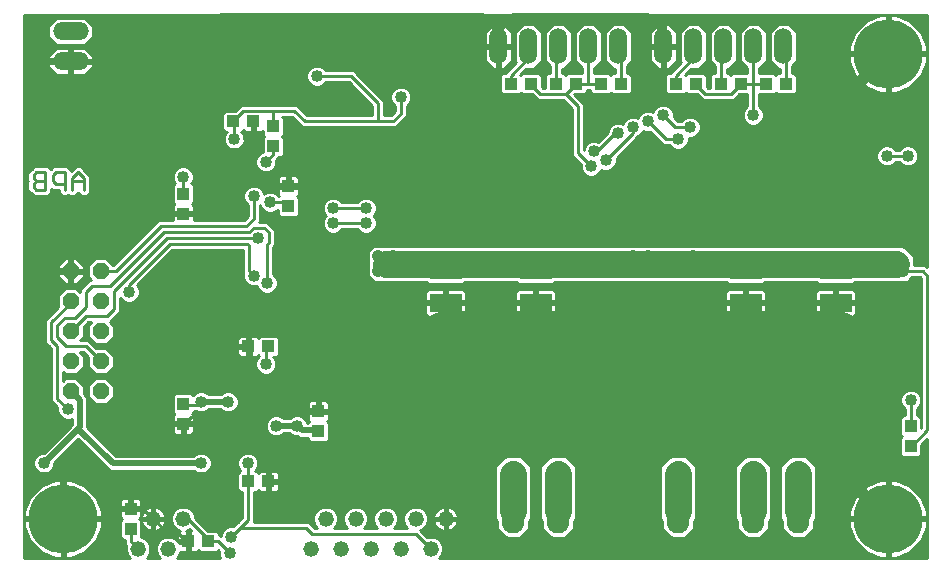
<source format=gbl>
G75*
G70*
%OFA0B0*%
%FSLAX24Y24*%
%IPPOS*%
%LPD*%
%AMOC8*
5,1,8,0,0,1.08239X$1,22.5*
%
%ADD10C,0.0110*%
%ADD11C,0.2300*%
%ADD12R,0.0433X0.0394*%
%ADD13O,0.0594X0.1187*%
%ADD14O,0.1187X0.0594*%
%ADD15OC8,0.0560*%
%ADD16C,0.0520*%
%ADD17O,0.0750X0.1500*%
%ADD18R,0.0394X0.0433*%
%ADD19R,0.1063X0.0630*%
%ADD20C,0.0400*%
%ADD21C,0.0900*%
%ADD22C,0.0400*%
%ADD23C,0.0100*%
%ADD24C,0.0200*%
%ADD25C,0.1900*%
D10*
X003995Y014378D02*
X004290Y014378D01*
X004290Y014969D01*
X003995Y014969D01*
X003897Y014870D01*
X003897Y014772D01*
X003995Y014673D01*
X004290Y014673D01*
X004541Y014673D02*
X004640Y014575D01*
X004935Y014575D01*
X004935Y014378D02*
X004935Y014969D01*
X004640Y014969D01*
X004541Y014870D01*
X004541Y014673D01*
X005186Y014673D02*
X005579Y014673D01*
X005579Y014772D02*
X005383Y014969D01*
X005186Y014772D01*
X005186Y014378D01*
X005579Y014378D02*
X005579Y014772D01*
X003995Y014673D02*
X003897Y014575D01*
X003897Y014476D01*
X003995Y014378D01*
D11*
X004884Y003423D03*
X032384Y003423D03*
X032384Y018923D03*
D12*
X028969Y017923D03*
X028300Y017923D03*
X027469Y017923D03*
X026800Y017923D03*
X025969Y017923D03*
X025300Y017923D03*
X023469Y017923D03*
X022800Y017923D03*
X021969Y017923D03*
X021300Y017923D03*
X020469Y017923D03*
X019800Y017923D03*
X011219Y016673D03*
X010550Y016673D03*
X011050Y009173D03*
X011719Y009173D03*
X011719Y004673D03*
X011050Y004673D03*
X009719Y002673D03*
X009050Y002673D03*
D13*
X019384Y019173D03*
X020384Y019173D03*
X021384Y019173D03*
X022384Y019173D03*
X023384Y019173D03*
X024884Y019173D03*
X025884Y019173D03*
X026884Y019173D03*
X027884Y019173D03*
X028884Y019173D03*
D14*
X005134Y018673D03*
X005134Y019673D03*
D15*
X005134Y011673D03*
X006134Y011673D03*
X006134Y010673D03*
X005134Y010673D03*
X005134Y009673D03*
X006134Y009673D03*
X006134Y008673D03*
X005134Y008673D03*
X005134Y007673D03*
X006134Y007673D03*
D16*
X007884Y003423D03*
X008884Y003423D03*
X008384Y002423D03*
X007384Y002423D03*
X013134Y002423D03*
X014134Y002423D03*
X015134Y002423D03*
X016134Y002423D03*
X017134Y002423D03*
X016634Y003423D03*
X015634Y003423D03*
X014634Y003423D03*
X013634Y003423D03*
X017634Y003423D03*
D17*
X019884Y003673D03*
X021384Y003673D03*
X023884Y003673D03*
X025384Y003673D03*
X027884Y003673D03*
X029384Y003673D03*
D18*
X033134Y005838D03*
X033134Y006508D03*
X013384Y006338D03*
X013384Y007008D03*
X008884Y007258D03*
X008884Y006588D03*
X007134Y003758D03*
X007134Y003088D03*
X008884Y013588D03*
X008884Y014258D03*
X011884Y015838D03*
X011884Y016508D03*
X012384Y014508D03*
X012384Y013838D03*
D19*
X017634Y011724D03*
X017634Y010622D03*
X020634Y010622D03*
X020634Y011724D03*
X027634Y011724D03*
X027634Y010622D03*
X030634Y010622D03*
X030634Y011724D03*
D20*
X030384Y012673D03*
X029884Y012673D03*
X029384Y012673D03*
X028884Y012673D03*
X028384Y012673D03*
X027884Y012673D03*
X027884Y013173D03*
X028384Y013173D03*
X028884Y013173D03*
X029384Y013173D03*
X029884Y013173D03*
X030384Y013173D03*
X030384Y013673D03*
X032384Y012723D03*
X032384Y011673D03*
X032884Y011673D03*
X031134Y009673D03*
X031134Y009173D03*
X030384Y009173D03*
X030384Y009673D03*
X029884Y009423D03*
X029384Y009423D03*
X028884Y009423D03*
X028384Y009423D03*
X027884Y009173D03*
X027884Y009673D03*
X028384Y009923D03*
X028884Y009923D03*
X029384Y009923D03*
X029884Y009923D03*
X029634Y010423D03*
X029134Y010423D03*
X028634Y010423D03*
X028634Y010923D03*
X029134Y010923D03*
X029634Y010923D03*
X027134Y009673D03*
X027134Y009173D03*
X025884Y011673D03*
X025884Y012173D03*
X024384Y012173D03*
X023884Y012173D03*
X023884Y011673D03*
X024384Y011673D03*
X022384Y011673D03*
X022384Y012723D03*
X023884Y013773D03*
X024384Y013773D03*
X024384Y015173D03*
X023884Y015173D03*
X022984Y015373D03*
X022584Y015673D03*
X022484Y015173D03*
X023384Y016273D03*
X023884Y016473D03*
X024384Y016673D03*
X024884Y016873D03*
X025384Y016073D03*
X025784Y016473D03*
X027884Y016873D03*
X026484Y014123D03*
X027884Y013673D03*
X032334Y015523D03*
X033034Y015523D03*
X033134Y007373D03*
X029384Y004923D03*
X027884Y004923D03*
X025384Y004923D03*
X023384Y004923D03*
X021384Y004923D03*
X019884Y004923D03*
X015384Y007223D03*
X014184Y007823D03*
X012684Y007023D03*
X012684Y006523D03*
X011984Y006523D03*
X011984Y007023D03*
X010434Y006823D03*
X010384Y007323D03*
X009484Y007323D03*
X009484Y006823D03*
X009484Y008123D03*
X008934Y008923D03*
X007484Y008173D03*
X006484Y007073D03*
X005034Y007073D03*
X004034Y005773D03*
X004234Y005273D03*
X009484Y005273D03*
X011034Y005273D03*
X011534Y005273D03*
X010484Y002823D03*
X010434Y002273D03*
X011134Y008573D03*
X011634Y008573D03*
X011684Y011273D03*
X011234Y011523D03*
X011384Y012773D03*
X011784Y013973D03*
X011234Y014173D03*
X011784Y014573D03*
X011634Y015323D03*
X011084Y016073D03*
X010584Y016073D03*
X008884Y014823D03*
X009484Y014273D03*
X009484Y013523D03*
X007234Y013473D03*
X007084Y010973D03*
X013384Y011423D03*
X015384Y011673D03*
X015884Y011673D03*
X015884Y012173D03*
X015384Y012173D03*
X014984Y012673D03*
X014984Y013273D03*
X014984Y013773D03*
X015884Y013673D03*
X017884Y013673D03*
X017884Y013173D03*
X018384Y013173D03*
X018384Y012673D03*
X017884Y012673D03*
X018884Y012673D03*
X019384Y012673D03*
X019384Y013173D03*
X018884Y013173D03*
X019884Y013173D03*
X020384Y013173D03*
X020384Y012673D03*
X019884Y012673D03*
X020384Y013673D03*
X019634Y010923D03*
X019134Y010923D03*
X018634Y010923D03*
X018634Y010423D03*
X019134Y010423D03*
X019634Y010423D03*
X019384Y009923D03*
X018884Y009923D03*
X018384Y009923D03*
X017884Y009673D03*
X018384Y009423D03*
X017884Y009173D03*
X017134Y009173D03*
X017134Y009673D03*
X018884Y009423D03*
X019384Y009423D03*
X019884Y009423D03*
X020384Y009173D03*
X020384Y009673D03*
X019884Y009923D03*
X021134Y009673D03*
X021134Y009173D03*
X013884Y013273D03*
X013884Y013773D03*
X016134Y017473D03*
X015234Y017973D03*
X013334Y018173D03*
X012884Y018423D03*
X009634Y019673D03*
D21*
X015634Y011923D02*
X017634Y011923D01*
X020634Y011923D01*
X022384Y011923D01*
X024134Y011923D01*
X025884Y011923D01*
X027634Y011923D01*
X030634Y011923D01*
X032634Y011923D01*
X029384Y004923D02*
X029384Y003673D01*
X027884Y003673D02*
X027884Y004923D01*
X025384Y004923D02*
X025384Y003673D01*
X023884Y004923D02*
X023384Y004923D01*
X021384Y004923D02*
X021384Y003673D01*
X019884Y003673D02*
X019884Y004923D01*
D22*
X019884Y009423D02*
X019884Y009923D01*
X020384Y009673D02*
X020634Y009923D01*
X020634Y010622D01*
X020634Y011724D02*
X020634Y011923D01*
X020384Y012673D02*
X022334Y012673D01*
X022384Y012723D01*
X022384Y011923D02*
X022384Y011673D01*
X023884Y011673D02*
X024134Y011923D01*
X024384Y012173D01*
X024134Y011923D02*
X023884Y012173D01*
X024134Y011923D02*
X024384Y011673D01*
X025884Y011673D02*
X025884Y011923D01*
X025884Y012173D01*
X027634Y011923D02*
X027634Y011724D01*
X027634Y010622D02*
X027634Y009923D01*
X027884Y009673D01*
X027134Y009673D01*
X030384Y009673D02*
X030634Y009923D01*
X030634Y010622D01*
X030634Y010673D01*
X030634Y011724D02*
X030634Y011923D01*
X030384Y012673D02*
X032334Y012673D01*
X032384Y012723D01*
X032634Y011923D02*
X032384Y011673D01*
X032884Y011673D01*
X030384Y013673D02*
X030384Y016923D01*
X032384Y018923D01*
X027784Y013773D02*
X027884Y013673D01*
X027784Y013773D02*
X024384Y013773D01*
X024384Y015173D01*
X023884Y015173D01*
X023884Y013773D01*
X024384Y013773D01*
X023884Y013773D02*
X020484Y013773D01*
X020384Y013673D01*
X017634Y011923D02*
X017634Y011724D01*
X017634Y010673D02*
X017634Y010622D01*
X017634Y009923D01*
X017884Y009673D01*
X015884Y011673D02*
X015634Y011923D01*
X015884Y012173D01*
X015634Y011923D02*
X015384Y011673D01*
X015634Y011923D02*
X015384Y012173D01*
X030384Y009173D02*
X030384Y005423D01*
X032384Y003423D01*
X031134Y009173D02*
X030384Y009173D01*
D23*
X003584Y002123D02*
X003584Y020223D01*
X033684Y020223D01*
X033684Y011806D01*
X033617Y011873D01*
X033452Y011873D01*
X033234Y011873D01*
X033234Y012172D01*
X032883Y012523D01*
X030386Y012523D01*
X027386Y012523D01*
X025636Y012523D01*
X023886Y012523D01*
X022136Y012523D01*
X020386Y012523D01*
X017386Y012523D01*
X015386Y012523D01*
X015315Y012523D01*
X015240Y012523D01*
X015186Y012470D01*
X015088Y012371D01*
X015034Y012318D01*
X015034Y012243D01*
X015034Y012172D01*
X015034Y011675D01*
X015034Y011528D01*
X015088Y011475D01*
X015088Y011475D01*
X015186Y011376D01*
X015186Y011376D01*
X015240Y011323D01*
X015386Y011323D01*
X016977Y011323D01*
X017041Y011259D01*
X018228Y011259D01*
X018292Y011323D01*
X019977Y011323D01*
X020041Y011259D01*
X021228Y011259D01*
X021292Y011323D01*
X022136Y011323D01*
X022240Y011323D01*
X022315Y011323D01*
X022454Y011323D01*
X022529Y011323D01*
X023886Y011323D01*
X025636Y011323D01*
X026977Y011323D01*
X027041Y011259D01*
X028228Y011259D01*
X028292Y011323D01*
X029977Y011323D01*
X030041Y011259D01*
X031228Y011259D01*
X031292Y011323D01*
X032240Y011323D01*
X032529Y011323D01*
X032883Y011323D01*
X032954Y011323D01*
X033029Y011323D01*
X033083Y011376D01*
X033179Y011473D01*
X033452Y011473D01*
X033484Y011440D01*
X033484Y006456D01*
X033481Y006453D01*
X033481Y006786D01*
X033393Y006874D01*
X033334Y006874D01*
X033334Y007078D01*
X033431Y007175D01*
X033484Y007303D01*
X033484Y007443D01*
X033431Y007571D01*
X033333Y007670D01*
X033204Y007723D01*
X033065Y007723D01*
X032936Y007670D01*
X032838Y007571D01*
X032784Y007443D01*
X032784Y007303D01*
X032838Y007175D01*
X032934Y007078D01*
X032934Y006874D01*
X032875Y006874D01*
X032788Y006786D01*
X032788Y006229D01*
X032844Y006173D01*
X032788Y006117D01*
X032788Y005560D01*
X032875Y005472D01*
X033393Y005472D01*
X033481Y005560D01*
X033481Y005887D01*
X033684Y006090D01*
X033684Y002123D01*
X017414Y002123D01*
X017482Y002191D01*
X017544Y002341D01*
X017544Y002505D01*
X017482Y002655D01*
X017367Y002771D01*
X017216Y002833D01*
X017053Y002833D01*
X017021Y002820D01*
X016795Y003046D01*
X016867Y003075D01*
X016982Y003191D01*
X017044Y003341D01*
X017044Y003505D01*
X016982Y003655D01*
X016867Y003771D01*
X016716Y003833D01*
X016553Y003833D01*
X016402Y003771D01*
X016287Y003655D01*
X016224Y003505D01*
X016224Y003341D01*
X016287Y003191D01*
X016355Y003123D01*
X015914Y003123D01*
X015982Y003191D01*
X016044Y003341D01*
X016044Y003505D01*
X015982Y003655D01*
X015867Y003771D01*
X015716Y003833D01*
X015553Y003833D01*
X015402Y003771D01*
X015287Y003655D01*
X015224Y003505D01*
X015224Y003341D01*
X015287Y003191D01*
X015355Y003123D01*
X014914Y003123D01*
X014982Y003191D01*
X015044Y003341D01*
X015044Y003505D01*
X014982Y003655D01*
X014867Y003771D01*
X014716Y003833D01*
X014553Y003833D01*
X014402Y003771D01*
X014287Y003655D01*
X014224Y003505D01*
X014224Y003341D01*
X014287Y003191D01*
X014355Y003123D01*
X013914Y003123D01*
X013982Y003191D01*
X014044Y003341D01*
X014044Y003505D01*
X013982Y003655D01*
X013867Y003771D01*
X013716Y003833D01*
X013553Y003833D01*
X013402Y003771D01*
X013287Y003655D01*
X013224Y003505D01*
X013224Y003341D01*
X013287Y003191D01*
X013355Y003123D01*
X013267Y003123D01*
X013067Y003323D01*
X012902Y003323D01*
X011250Y003323D01*
X011250Y003471D01*
X011250Y004326D01*
X011329Y004326D01*
X011384Y004382D01*
X011440Y004326D01*
X011671Y004326D01*
X011671Y004624D01*
X011768Y004624D01*
X011768Y004625D02*
X011768Y004721D01*
X012086Y004721D01*
X012086Y004932D01*
X011998Y005020D01*
X011768Y005020D01*
X011768Y004722D01*
X011671Y004722D01*
X011671Y005020D01*
X011440Y005020D01*
X011384Y004964D01*
X011329Y005020D01*
X011276Y005020D01*
X011331Y005075D01*
X011384Y005203D01*
X011384Y005343D01*
X011331Y005471D01*
X011233Y005570D01*
X011104Y005623D01*
X010965Y005623D01*
X010836Y005570D01*
X010738Y005471D01*
X010684Y005343D01*
X010684Y005203D01*
X010738Y005075D01*
X010793Y005020D01*
X010771Y005020D01*
X010683Y004932D01*
X010683Y004414D01*
X010771Y004326D01*
X010850Y004326D01*
X010850Y003471D01*
X010702Y003323D01*
X010552Y003173D01*
X010415Y003173D01*
X010286Y003120D01*
X010188Y003021D01*
X010134Y002893D01*
X010134Y002856D01*
X010117Y002873D01*
X010086Y002873D01*
X010086Y002932D01*
X009998Y003020D01*
X009720Y003020D01*
X009294Y003446D01*
X009294Y003505D01*
X009232Y003655D01*
X009117Y003771D01*
X008966Y003833D01*
X008803Y003833D01*
X008652Y003771D01*
X008537Y003655D01*
X008474Y003505D01*
X008474Y003341D01*
X008537Y003191D01*
X008652Y003075D01*
X008787Y003020D01*
X008771Y003020D01*
X008683Y002932D01*
X008683Y002721D01*
X009001Y002721D01*
X009001Y002625D01*
X008745Y002625D01*
X008732Y002655D01*
X008617Y002771D01*
X008466Y002833D01*
X008303Y002833D01*
X008152Y002771D01*
X008037Y002655D01*
X007974Y002505D01*
X007974Y002341D01*
X008037Y002191D01*
X008105Y002123D01*
X007664Y002123D01*
X007732Y002191D01*
X007794Y002341D01*
X007794Y002505D01*
X007732Y002655D01*
X007617Y002771D01*
X007481Y002827D01*
X007481Y003325D01*
X007537Y003191D01*
X007652Y003075D01*
X007803Y003013D01*
X007854Y003013D01*
X007854Y003393D01*
X007474Y003393D01*
X007474Y003374D01*
X007425Y003423D01*
X007474Y003472D01*
X007474Y003453D01*
X007854Y003453D01*
X007854Y003393D01*
X007914Y003393D01*
X007914Y003013D01*
X007966Y003013D01*
X008117Y003075D01*
X008232Y003191D01*
X008294Y003341D01*
X008294Y003393D01*
X007915Y003393D01*
X007915Y003453D01*
X008294Y003453D01*
X008294Y003505D01*
X008232Y003655D01*
X008117Y003771D01*
X007966Y003833D01*
X007914Y003833D01*
X007914Y003453D01*
X007854Y003453D01*
X007854Y003833D01*
X007803Y003833D01*
X007652Y003771D01*
X007537Y003655D01*
X007481Y003521D01*
X007481Y003709D01*
X007183Y003709D01*
X007183Y003806D01*
X007481Y003806D01*
X007481Y004036D01*
X007393Y004124D01*
X007183Y004124D01*
X007183Y003806D01*
X007086Y003806D01*
X007086Y003709D01*
X006788Y003709D01*
X006788Y003479D01*
X006844Y003423D01*
X006788Y003367D01*
X006788Y002810D01*
X006875Y002722D01*
X006934Y002722D01*
X006934Y002590D01*
X006988Y002537D01*
X006974Y002505D01*
X006974Y002341D01*
X007037Y002191D01*
X007105Y002123D01*
X003584Y002123D01*
X003584Y002166D02*
X004523Y002166D01*
X004626Y002123D02*
X004148Y002321D01*
X003782Y002687D01*
X003584Y003164D01*
X003584Y003373D01*
X004834Y003373D01*
X004834Y003473D01*
X003584Y003473D01*
X003584Y003682D01*
X003782Y004159D01*
X004148Y004525D01*
X004626Y004723D01*
X004834Y004723D01*
X004834Y003473D01*
X004934Y003473D01*
X004934Y004723D01*
X005143Y004723D01*
X005621Y004525D01*
X005987Y004159D01*
X006184Y003682D01*
X006184Y003473D01*
X004935Y003473D01*
X004935Y003373D01*
X006184Y003373D01*
X006184Y003164D01*
X005987Y002687D01*
X005621Y002321D01*
X005143Y002123D01*
X004934Y002123D01*
X004934Y003373D01*
X004834Y003373D01*
X004834Y002123D01*
X004626Y002123D01*
X004834Y002166D02*
X004934Y002166D01*
X004934Y002264D02*
X004834Y002264D01*
X004834Y002363D02*
X004934Y002363D01*
X004934Y002461D02*
X004834Y002461D01*
X004834Y002560D02*
X004934Y002560D01*
X004934Y002659D02*
X004834Y002659D01*
X004834Y002757D02*
X004934Y002757D01*
X004934Y002856D02*
X004834Y002856D01*
X004834Y002954D02*
X004934Y002954D01*
X004934Y003053D02*
X004834Y003053D01*
X004834Y003151D02*
X004934Y003151D01*
X004934Y003250D02*
X004834Y003250D01*
X004834Y003348D02*
X004934Y003348D01*
X004935Y003447D02*
X006820Y003447D01*
X006788Y003545D02*
X006184Y003545D01*
X006184Y003644D02*
X006788Y003644D01*
X006788Y003806D02*
X007086Y003806D01*
X007086Y004124D01*
X006875Y004124D01*
X006788Y004036D01*
X006788Y003806D01*
X006788Y003841D02*
X006118Y003841D01*
X006078Y003940D02*
X006788Y003940D01*
X006789Y004038D02*
X006037Y004038D01*
X005996Y004137D02*
X010850Y004137D01*
X010850Y004235D02*
X005911Y004235D01*
X005812Y004334D02*
X010764Y004334D01*
X010683Y004432D02*
X005714Y004432D01*
X005607Y004531D02*
X010683Y004531D01*
X010683Y004629D02*
X005369Y004629D01*
X004934Y004629D02*
X004834Y004629D01*
X004834Y004531D02*
X004934Y004531D01*
X004934Y004432D02*
X004834Y004432D01*
X004834Y004334D02*
X004934Y004334D01*
X004934Y004235D02*
X004834Y004235D01*
X004834Y004137D02*
X004934Y004137D01*
X004934Y004038D02*
X004834Y004038D01*
X004834Y003940D02*
X004934Y003940D01*
X004934Y003841D02*
X004834Y003841D01*
X004834Y003742D02*
X004934Y003742D01*
X004934Y003644D02*
X004834Y003644D01*
X004834Y003545D02*
X004934Y003545D01*
X004834Y003447D02*
X003584Y003447D01*
X003584Y003545D02*
X003584Y003545D01*
X003584Y003644D02*
X003584Y003644D01*
X003584Y003742D02*
X003610Y003742D01*
X003584Y003841D02*
X003651Y003841D01*
X003691Y003940D02*
X003584Y003940D01*
X003584Y004038D02*
X003732Y004038D01*
X003773Y004137D02*
X003584Y004137D01*
X003584Y004235D02*
X003858Y004235D01*
X003957Y004334D02*
X003584Y004334D01*
X003584Y004432D02*
X004055Y004432D01*
X004162Y004531D02*
X003584Y004531D01*
X003584Y004629D02*
X004400Y004629D01*
X004304Y004923D02*
X004165Y004923D01*
X004036Y004976D01*
X003938Y005075D01*
X003884Y005203D01*
X003884Y005343D01*
X003938Y005471D01*
X004036Y005570D01*
X004165Y005623D01*
X004231Y005623D01*
X005134Y006527D01*
X005134Y006527D01*
X005184Y006577D01*
X005184Y006756D01*
X005104Y006723D01*
X004965Y006723D01*
X004836Y006776D01*
X004738Y006875D01*
X004684Y007003D01*
X004684Y007140D01*
X004602Y007223D01*
X004484Y007340D01*
X004484Y009090D01*
X004402Y009173D01*
X004284Y009290D01*
X004284Y009890D01*
X004284Y010056D01*
X004714Y010485D01*
X004704Y010495D01*
X004704Y010851D01*
X004956Y011103D01*
X005313Y011103D01*
X005434Y010981D01*
X005434Y011056D01*
X005552Y011173D01*
X005752Y011373D01*
X005826Y011373D01*
X005704Y011495D01*
X005704Y011851D01*
X005956Y012103D01*
X006313Y012103D01*
X006543Y011873D01*
X006552Y011873D01*
X008052Y013373D01*
X008217Y013373D01*
X008538Y013373D01*
X008538Y013540D01*
X008836Y013540D01*
X008836Y013637D01*
X008538Y013637D01*
X008538Y013867D01*
X008594Y013923D01*
X008538Y013979D01*
X008538Y014536D01*
X008607Y014606D01*
X008588Y014625D01*
X008534Y014753D01*
X008534Y014893D01*
X008588Y015021D01*
X008686Y015120D01*
X008815Y015173D01*
X008954Y015173D01*
X009083Y015120D01*
X009181Y015021D01*
X009234Y014893D01*
X009234Y014753D01*
X009181Y014625D01*
X009162Y014606D01*
X009231Y014536D01*
X009231Y013979D01*
X009175Y013923D01*
X009231Y013867D01*
X009231Y013637D01*
X008933Y013637D01*
X008933Y013540D01*
X009231Y013540D01*
X009231Y013373D01*
X010902Y013373D01*
X011034Y013506D01*
X011034Y013878D01*
X010938Y013975D01*
X010884Y014103D01*
X010884Y014243D01*
X010938Y014371D01*
X011036Y014470D01*
X011165Y014523D01*
X011304Y014523D01*
X011433Y014470D01*
X011531Y014371D01*
X011577Y014261D01*
X011586Y014270D01*
X011715Y014323D01*
X011854Y014323D01*
X011983Y014270D01*
X012079Y014173D01*
X012094Y014173D01*
X012094Y014173D01*
X012038Y014229D01*
X012038Y014459D01*
X012336Y014459D01*
X012336Y014556D01*
X012038Y014556D01*
X012038Y014786D01*
X012125Y014874D01*
X012336Y014874D01*
X012336Y014556D01*
X012433Y014556D01*
X012731Y014556D01*
X012731Y014786D01*
X012643Y014874D01*
X012433Y014874D01*
X012433Y014556D01*
X012433Y014459D01*
X012731Y014459D01*
X012731Y014229D01*
X012675Y014173D01*
X012731Y014117D01*
X012731Y013560D01*
X012643Y013472D01*
X012125Y013472D01*
X012038Y013560D01*
X012038Y013731D01*
X011983Y013676D01*
X011854Y013623D01*
X011715Y013623D01*
X011586Y013676D01*
X011488Y013775D01*
X011442Y013886D01*
X011434Y013878D01*
X011434Y013340D01*
X011417Y013323D01*
X011667Y013323D01*
X011784Y013206D01*
X011934Y013056D01*
X011934Y012890D01*
X011934Y012540D01*
X011884Y012490D01*
X011884Y011568D01*
X011981Y011471D01*
X012034Y011343D01*
X012034Y011203D01*
X011981Y011075D01*
X011883Y010976D01*
X011754Y010923D01*
X011615Y010923D01*
X011486Y010976D01*
X011388Y011075D01*
X011341Y011188D01*
X011304Y011173D01*
X011165Y011173D01*
X011036Y011226D01*
X010938Y011325D01*
X010884Y011453D01*
X010884Y011590D01*
X010884Y012373D01*
X008517Y012373D01*
X007348Y011204D01*
X007381Y011171D01*
X007434Y011043D01*
X007434Y010903D01*
X007381Y010775D01*
X007283Y010676D01*
X007154Y010623D01*
X007015Y010623D01*
X006886Y010676D01*
X006788Y010775D01*
X006784Y010783D01*
X006784Y010506D01*
X006784Y010340D01*
X006534Y010090D01*
X006430Y009986D01*
X006564Y009851D01*
X006564Y009495D01*
X006313Y009243D01*
X005956Y009243D01*
X005704Y009495D01*
X005704Y009851D01*
X005826Y009973D01*
X005717Y009973D01*
X005564Y009820D01*
X005564Y009495D01*
X005442Y009373D01*
X005552Y009373D01*
X005717Y009373D01*
X005987Y009103D01*
X006313Y009103D01*
X006564Y008851D01*
X006564Y008495D01*
X006313Y008243D01*
X005956Y008243D01*
X005704Y008495D01*
X005704Y008820D01*
X005552Y008973D01*
X005442Y008973D01*
X005564Y008851D01*
X005564Y008495D01*
X005313Y008243D01*
X004956Y008243D01*
X004884Y008315D01*
X004884Y008031D01*
X004956Y008103D01*
X005313Y008103D01*
X005564Y007851D01*
X005564Y007597D01*
X005684Y007477D01*
X005684Y007270D01*
X005684Y006477D01*
X006638Y005523D01*
X009239Y005523D01*
X009286Y005570D01*
X009415Y005623D01*
X009554Y005623D01*
X009683Y005570D01*
X009781Y005471D01*
X009834Y005343D01*
X009834Y005203D01*
X009781Y005075D01*
X009683Y004976D01*
X009554Y004923D01*
X009415Y004923D01*
X009286Y004976D01*
X009239Y005023D01*
X006431Y005023D01*
X006284Y005170D01*
X005384Y006070D01*
X004584Y005270D01*
X004584Y005203D01*
X004531Y005075D01*
X004433Y004976D01*
X004304Y004923D01*
X004309Y004925D02*
X009410Y004925D01*
X009559Y004925D02*
X010683Y004925D01*
X010683Y004826D02*
X003584Y004826D01*
X003584Y004728D02*
X010683Y004728D01*
X010789Y005024D02*
X009730Y005024D01*
X009801Y005122D02*
X010718Y005122D01*
X010684Y005221D02*
X009834Y005221D01*
X009834Y005319D02*
X010684Y005319D01*
X010716Y005418D02*
X009803Y005418D01*
X009736Y005516D02*
X010783Y005516D01*
X010945Y005615D02*
X009574Y005615D01*
X009395Y005615D02*
X006546Y005615D01*
X006448Y005713D02*
X032788Y005713D01*
X032788Y005615D02*
X011124Y005615D01*
X011286Y005516D02*
X019629Y005516D01*
X019636Y005523D02*
X019284Y005172D01*
X019284Y003425D01*
X019359Y003350D01*
X019359Y003081D01*
X019667Y002773D01*
X020102Y002773D01*
X020409Y003081D01*
X020409Y003350D01*
X020484Y003425D01*
X020484Y005172D01*
X020133Y005523D01*
X019636Y005523D01*
X019531Y005418D02*
X011353Y005418D01*
X011384Y005319D02*
X019432Y005319D01*
X019334Y005221D02*
X011384Y005221D01*
X011351Y005122D02*
X019284Y005122D01*
X019284Y005024D02*
X011280Y005024D01*
X011034Y005273D02*
X011034Y004723D01*
X011050Y004708D01*
X011050Y004673D01*
X011050Y003388D01*
X010784Y003123D01*
X012984Y003123D01*
X013184Y002923D01*
X016634Y002923D01*
X017134Y002423D01*
X017512Y002264D02*
X031785Y002264D01*
X031648Y002321D02*
X032126Y002123D01*
X032334Y002123D01*
X032334Y003373D01*
X031084Y003373D01*
X031084Y003164D01*
X031282Y002687D01*
X031648Y002321D01*
X031606Y002363D02*
X017544Y002363D01*
X017544Y002461D02*
X031508Y002461D01*
X031409Y002560D02*
X017522Y002560D01*
X017479Y002659D02*
X031311Y002659D01*
X031253Y002757D02*
X017380Y002757D01*
X017457Y003053D02*
X016812Y003053D01*
X016886Y002954D02*
X019486Y002954D01*
X019584Y002856D02*
X016985Y002856D01*
X016942Y003151D02*
X017326Y003151D01*
X017287Y003191D02*
X017402Y003075D01*
X017553Y003013D01*
X017604Y003013D01*
X017604Y003393D01*
X017224Y003393D01*
X017224Y003341D01*
X017287Y003191D01*
X017262Y003250D02*
X017006Y003250D01*
X017044Y003348D02*
X017224Y003348D01*
X017224Y003453D02*
X017604Y003453D01*
X017604Y003393D01*
X017664Y003393D01*
X017664Y003013D01*
X017716Y003013D01*
X017867Y003075D01*
X017982Y003191D01*
X018044Y003341D01*
X018044Y003393D01*
X017665Y003393D01*
X017665Y003453D01*
X018044Y003453D01*
X018044Y003505D01*
X017982Y003655D01*
X017867Y003771D01*
X017716Y003833D01*
X017664Y003833D01*
X017664Y003453D01*
X017604Y003453D01*
X017604Y003833D01*
X017553Y003833D01*
X017402Y003771D01*
X017287Y003655D01*
X017224Y003505D01*
X017224Y003453D01*
X017241Y003545D02*
X017028Y003545D01*
X017044Y003447D02*
X017604Y003447D01*
X017665Y003447D02*
X019284Y003447D01*
X019284Y003545D02*
X018028Y003545D01*
X017987Y003644D02*
X019284Y003644D01*
X019284Y003742D02*
X017895Y003742D01*
X017664Y003742D02*
X017604Y003742D01*
X017604Y003644D02*
X017664Y003644D01*
X017664Y003545D02*
X017604Y003545D01*
X017604Y003348D02*
X017664Y003348D01*
X017664Y003250D02*
X017604Y003250D01*
X017604Y003151D02*
X017664Y003151D01*
X017664Y003053D02*
X017604Y003053D01*
X017812Y003053D02*
X019387Y003053D01*
X019359Y003151D02*
X017942Y003151D01*
X018006Y003250D02*
X019359Y003250D01*
X019359Y003348D02*
X018044Y003348D01*
X017374Y003742D02*
X016895Y003742D01*
X016987Y003644D02*
X017282Y003644D01*
X016374Y003742D02*
X015895Y003742D01*
X015987Y003644D02*
X016282Y003644D01*
X016241Y003545D02*
X016028Y003545D01*
X016044Y003447D02*
X016224Y003447D01*
X016224Y003348D02*
X016044Y003348D01*
X016006Y003250D02*
X016262Y003250D01*
X016326Y003151D02*
X015942Y003151D01*
X015326Y003151D02*
X014942Y003151D01*
X015006Y003250D02*
X015262Y003250D01*
X015224Y003348D02*
X015044Y003348D01*
X015044Y003447D02*
X015224Y003447D01*
X015241Y003545D02*
X015028Y003545D01*
X014987Y003644D02*
X015282Y003644D01*
X015374Y003742D02*
X014895Y003742D01*
X014374Y003742D02*
X013895Y003742D01*
X013987Y003644D02*
X014282Y003644D01*
X014241Y003545D02*
X014028Y003545D01*
X014044Y003447D02*
X014224Y003447D01*
X014224Y003348D02*
X014044Y003348D01*
X014006Y003250D02*
X014262Y003250D01*
X014326Y003151D02*
X013942Y003151D01*
X013326Y003151D02*
X013239Y003151D01*
X013262Y003250D02*
X013141Y003250D01*
X013224Y003348D02*
X011250Y003348D01*
X011250Y003447D02*
X013224Y003447D01*
X013241Y003545D02*
X011250Y003545D01*
X011250Y003644D02*
X013282Y003644D01*
X013374Y003742D02*
X011250Y003742D01*
X011250Y003841D02*
X019284Y003841D01*
X019284Y003940D02*
X011250Y003940D01*
X011250Y004038D02*
X019284Y004038D01*
X019284Y004137D02*
X011250Y004137D01*
X011250Y004235D02*
X019284Y004235D01*
X019284Y004334D02*
X012005Y004334D01*
X011998Y004326D02*
X012086Y004414D01*
X012086Y004625D01*
X011768Y004625D01*
X011768Y004624D02*
X011768Y004326D01*
X011998Y004326D01*
X012086Y004432D02*
X019284Y004432D01*
X019284Y004531D02*
X012086Y004531D01*
X012086Y004728D02*
X019284Y004728D01*
X019284Y004826D02*
X012086Y004826D01*
X012086Y004925D02*
X019284Y004925D01*
X019284Y004629D02*
X011768Y004629D01*
X011734Y004673D02*
X011734Y005073D01*
X011534Y005273D01*
X011671Y004925D02*
X011768Y004925D01*
X011768Y004826D02*
X011671Y004826D01*
X011671Y004728D02*
X011768Y004728D01*
X011734Y004673D02*
X011719Y004673D01*
X011671Y004531D02*
X011768Y004531D01*
X011768Y004432D02*
X011671Y004432D01*
X011671Y004334D02*
X011768Y004334D01*
X011433Y004334D02*
X011336Y004334D01*
X010850Y004038D02*
X007480Y004038D01*
X007481Y003940D02*
X010850Y003940D01*
X010850Y003841D02*
X007481Y003841D01*
X007584Y003723D02*
X007134Y003723D01*
X007134Y003758D01*
X007086Y003742D02*
X006159Y003742D01*
X006184Y003348D02*
X006788Y003348D01*
X006788Y003250D02*
X006184Y003250D01*
X006179Y003151D02*
X006788Y003151D01*
X006788Y003053D02*
X006138Y003053D01*
X006097Y002954D02*
X006788Y002954D01*
X006788Y002856D02*
X006056Y002856D01*
X006016Y002757D02*
X006840Y002757D01*
X006934Y002659D02*
X005958Y002659D01*
X005860Y002560D02*
X006965Y002560D01*
X006974Y002461D02*
X005761Y002461D01*
X005663Y002363D02*
X006974Y002363D01*
X007006Y002264D02*
X005484Y002264D01*
X005246Y002166D02*
X007062Y002166D01*
X007384Y002423D02*
X007134Y002673D01*
X007134Y003088D01*
X007481Y003053D02*
X007707Y003053D01*
X007854Y003053D02*
X007914Y003053D01*
X007914Y003151D02*
X007854Y003151D01*
X007854Y003250D02*
X007914Y003250D01*
X007914Y003348D02*
X007854Y003348D01*
X007884Y003423D02*
X008334Y002973D01*
X008684Y002973D01*
X008984Y002673D01*
X009050Y002673D01*
X009001Y002659D02*
X008729Y002659D01*
X008683Y002757D02*
X008630Y002757D01*
X008683Y002856D02*
X007481Y002856D01*
X007481Y002954D02*
X008705Y002954D01*
X008707Y003053D02*
X008062Y003053D01*
X008192Y003151D02*
X008576Y003151D01*
X008512Y003250D02*
X008256Y003250D01*
X008294Y003348D02*
X008474Y003348D01*
X008474Y003447D02*
X007915Y003447D01*
X007884Y003423D02*
X007584Y003723D01*
X007624Y003742D02*
X007183Y003742D01*
X007183Y003841D02*
X007086Y003841D01*
X007086Y003940D02*
X007183Y003940D01*
X007183Y004038D02*
X007086Y004038D01*
X007481Y003644D02*
X007532Y003644D01*
X007491Y003545D02*
X007481Y003545D01*
X007449Y003447D02*
X007854Y003447D01*
X007854Y003545D02*
X007914Y003545D01*
X007914Y003644D02*
X007854Y003644D01*
X007854Y003742D02*
X007914Y003742D01*
X008145Y003742D02*
X008624Y003742D01*
X008532Y003644D02*
X008237Y003644D01*
X008278Y003545D02*
X008491Y003545D01*
X008884Y003423D02*
X009034Y003423D01*
X009719Y002738D01*
X009719Y002673D01*
X010034Y002673D01*
X010434Y002273D01*
X010084Y002264D02*
X008762Y002264D01*
X008788Y002326D02*
X009001Y002326D01*
X009001Y002624D01*
X009098Y002624D01*
X009098Y002326D01*
X009329Y002326D01*
X009384Y002382D01*
X009440Y002326D01*
X009998Y002326D01*
X010048Y002377D01*
X010084Y002340D01*
X010084Y002203D01*
X010118Y002123D01*
X008664Y002123D01*
X008732Y002191D01*
X008788Y002326D01*
X008707Y002166D02*
X010100Y002166D01*
X010062Y002363D02*
X010034Y002363D01*
X009404Y002363D02*
X009365Y002363D01*
X009098Y002363D02*
X009001Y002363D01*
X009001Y002461D02*
X009098Y002461D01*
X009098Y002560D02*
X009001Y002560D01*
X009001Y002722D02*
X009001Y003020D01*
X008982Y003020D01*
X009104Y003070D01*
X009155Y003020D01*
X009098Y003020D01*
X009098Y002722D01*
X009001Y002722D01*
X009001Y002757D02*
X009098Y002757D01*
X009098Y002856D02*
X009001Y002856D01*
X009001Y002954D02*
X009098Y002954D01*
X009122Y003053D02*
X009062Y003053D01*
X009392Y003348D02*
X010727Y003348D01*
X010628Y003250D02*
X009491Y003250D01*
X009589Y003151D02*
X010362Y003151D01*
X010219Y003053D02*
X009688Y003053D01*
X010064Y002954D02*
X010160Y002954D01*
X010484Y002823D02*
X010784Y003123D01*
X010825Y003447D02*
X009294Y003447D01*
X009278Y003545D02*
X010850Y003545D01*
X010850Y003644D02*
X009237Y003644D01*
X009145Y003742D02*
X010850Y003742D01*
X008139Y002757D02*
X007630Y002757D01*
X007729Y002659D02*
X008040Y002659D01*
X007997Y002560D02*
X007772Y002560D01*
X007794Y002461D02*
X007974Y002461D01*
X007974Y002363D02*
X007794Y002363D01*
X007762Y002264D02*
X008006Y002264D01*
X008062Y002166D02*
X007707Y002166D01*
X007576Y003151D02*
X007481Y003151D01*
X007481Y003250D02*
X007512Y003250D01*
X006430Y005024D02*
X004480Y005024D01*
X004551Y005122D02*
X006332Y005122D01*
X006233Y005221D02*
X004584Y005221D01*
X004634Y005319D02*
X006135Y005319D01*
X006036Y005418D02*
X004733Y005418D01*
X004831Y005516D02*
X005938Y005516D01*
X005839Y005615D02*
X004930Y005615D01*
X005028Y005713D02*
X005741Y005713D01*
X005642Y005812D02*
X005127Y005812D01*
X005225Y005910D02*
X005544Y005910D01*
X005445Y006009D02*
X005324Y006009D01*
X004913Y006305D02*
X003584Y006305D01*
X003584Y006403D02*
X005011Y006403D01*
X005110Y006502D02*
X003584Y006502D01*
X003584Y006600D02*
X005184Y006600D01*
X005184Y006699D02*
X003584Y006699D01*
X003584Y006797D02*
X004815Y006797D01*
X004729Y006896D02*
X003584Y006896D01*
X003584Y006994D02*
X004688Y006994D01*
X004684Y007093D02*
X003584Y007093D01*
X003584Y007191D02*
X004633Y007191D01*
X004535Y007290D02*
X003584Y007290D01*
X003584Y007389D02*
X004484Y007389D01*
X004484Y007487D02*
X003584Y007487D01*
X003584Y007586D02*
X004484Y007586D01*
X004484Y007684D02*
X003584Y007684D01*
X003584Y007783D02*
X004484Y007783D01*
X004484Y007881D02*
X003584Y007881D01*
X003584Y007980D02*
X004484Y007980D01*
X004484Y008078D02*
X003584Y008078D01*
X003584Y008177D02*
X004484Y008177D01*
X004484Y008275D02*
X003584Y008275D01*
X003584Y008374D02*
X004484Y008374D01*
X004484Y008473D02*
X003584Y008473D01*
X003584Y008571D02*
X004484Y008571D01*
X004484Y008670D02*
X003584Y008670D01*
X003584Y008768D02*
X004484Y008768D01*
X004484Y008867D02*
X003584Y008867D01*
X003584Y008965D02*
X004484Y008965D01*
X004484Y009064D02*
X003584Y009064D01*
X003584Y009162D02*
X004412Y009162D01*
X004314Y009261D02*
X003584Y009261D01*
X003584Y009359D02*
X004284Y009359D01*
X004284Y009458D02*
X003584Y009458D01*
X003584Y009557D02*
X004284Y009557D01*
X004284Y009655D02*
X003584Y009655D01*
X003584Y009754D02*
X004284Y009754D01*
X004284Y009852D02*
X003584Y009852D01*
X003584Y009951D02*
X004284Y009951D01*
X004284Y010049D02*
X003584Y010049D01*
X003584Y010148D02*
X004376Y010148D01*
X004475Y010246D02*
X003584Y010246D01*
X003584Y010345D02*
X004574Y010345D01*
X004672Y010443D02*
X003584Y010443D01*
X003584Y010542D02*
X004704Y010542D01*
X004704Y010641D02*
X003584Y010641D01*
X003584Y010739D02*
X004704Y010739D01*
X004704Y010838D02*
X003584Y010838D01*
X003584Y010936D02*
X004789Y010936D01*
X004888Y011035D02*
X003584Y011035D01*
X003584Y011133D02*
X005512Y011133D01*
X005434Y011035D02*
X005381Y011035D01*
X005313Y011243D02*
X005174Y011243D01*
X005174Y011633D01*
X005094Y011633D01*
X004704Y011633D01*
X004704Y011495D01*
X004956Y011243D01*
X005094Y011243D01*
X005094Y011633D01*
X005094Y011713D01*
X004704Y011713D01*
X004704Y011851D01*
X004956Y012103D01*
X005094Y012103D01*
X005094Y011713D01*
X005174Y011713D01*
X005174Y012103D01*
X005313Y012103D01*
X005564Y011851D01*
X005564Y011713D01*
X005175Y011713D01*
X005175Y011633D01*
X005564Y011633D01*
X005564Y011495D01*
X005313Y011243D01*
X005400Y011330D02*
X005709Y011330D01*
X005771Y011429D02*
X005498Y011429D01*
X005564Y011527D02*
X005704Y011527D01*
X005704Y011626D02*
X005564Y011626D01*
X005564Y011724D02*
X005704Y011724D01*
X005704Y011823D02*
X005564Y011823D01*
X005494Y011922D02*
X005775Y011922D01*
X005873Y012020D02*
X005395Y012020D01*
X005174Y012020D02*
X005094Y012020D01*
X005094Y011922D02*
X005174Y011922D01*
X005174Y011823D02*
X005094Y011823D01*
X005094Y011724D02*
X005174Y011724D01*
X005174Y011626D02*
X005094Y011626D01*
X005094Y011527D02*
X005174Y011527D01*
X005174Y011429D02*
X005094Y011429D01*
X005094Y011330D02*
X005174Y011330D01*
X004869Y011330D02*
X003584Y011330D01*
X003584Y011232D02*
X005610Y011232D01*
X005834Y011173D02*
X005634Y010973D01*
X005634Y010473D01*
X005284Y010123D01*
X004934Y010123D01*
X004684Y009873D01*
X004684Y009473D01*
X004984Y009173D01*
X005634Y009173D01*
X006134Y008673D01*
X005704Y008670D02*
X005564Y008670D01*
X005564Y008768D02*
X005704Y008768D01*
X005658Y008867D02*
X005549Y008867D01*
X005559Y008965D02*
X005450Y008965D01*
X005564Y008571D02*
X005704Y008571D01*
X005727Y008473D02*
X005542Y008473D01*
X005444Y008374D02*
X005825Y008374D01*
X005924Y008275D02*
X005345Y008275D01*
X005337Y008078D02*
X005932Y008078D01*
X005956Y008103D02*
X005704Y007851D01*
X005704Y007495D01*
X005956Y007243D01*
X006313Y007243D01*
X006564Y007495D01*
X006564Y007851D01*
X006313Y008103D01*
X005956Y008103D01*
X005833Y007980D02*
X005436Y007980D01*
X005534Y007881D02*
X005735Y007881D01*
X005704Y007783D02*
X005564Y007783D01*
X005564Y007684D02*
X005704Y007684D01*
X005704Y007586D02*
X005575Y007586D01*
X005674Y007487D02*
X005712Y007487D01*
X005684Y007389D02*
X005811Y007389D01*
X005909Y007290D02*
X005684Y007290D01*
X005684Y007191D02*
X008538Y007191D01*
X008538Y007093D02*
X005684Y007093D01*
X005684Y006994D02*
X008538Y006994D01*
X008538Y006979D02*
X008594Y006923D01*
X008538Y006867D01*
X008538Y006637D01*
X008836Y006637D01*
X008836Y006540D01*
X008538Y006540D01*
X008538Y006310D01*
X008625Y006222D01*
X008836Y006222D01*
X008836Y006540D01*
X008933Y006540D01*
X008933Y006637D01*
X009231Y006637D01*
X009231Y006867D01*
X009175Y006923D01*
X009231Y006979D01*
X009231Y007023D01*
X009294Y007023D01*
X009415Y006973D01*
X009554Y006973D01*
X009683Y007026D01*
X009729Y007073D01*
X010139Y007073D01*
X010186Y007026D01*
X010315Y006973D01*
X010454Y006973D01*
X010583Y007026D01*
X010681Y007125D01*
X010734Y007253D01*
X010734Y007393D01*
X010681Y007521D01*
X010583Y007620D01*
X010454Y007673D01*
X010315Y007673D01*
X010186Y007620D01*
X010139Y007573D01*
X009729Y007573D01*
X009683Y007620D01*
X009554Y007673D01*
X009415Y007673D01*
X009286Y007620D01*
X009217Y007551D01*
X009143Y007624D01*
X008625Y007624D01*
X008538Y007536D01*
X008538Y006979D01*
X008566Y006896D02*
X005684Y006896D01*
X005684Y006797D02*
X008538Y006797D01*
X008538Y006699D02*
X005684Y006699D01*
X005684Y006600D02*
X008836Y006600D01*
X008884Y006588D02*
X008884Y006573D01*
X007984Y006573D01*
X007484Y007073D01*
X007484Y008173D01*
X006542Y008473D02*
X011297Y008473D01*
X011284Y008503D02*
X011338Y008375D01*
X011436Y008276D01*
X011565Y008223D01*
X011704Y008223D01*
X011833Y008276D01*
X011931Y008375D01*
X011984Y008503D01*
X011984Y008643D01*
X011931Y008771D01*
X011876Y008826D01*
X011998Y008826D01*
X012086Y008914D01*
X012086Y009432D01*
X011998Y009520D01*
X011440Y009520D01*
X011384Y009464D01*
X011329Y009520D01*
X011098Y009520D01*
X011098Y009222D01*
X011001Y009222D01*
X011001Y009520D01*
X010771Y009520D01*
X010683Y009432D01*
X010683Y009221D01*
X011001Y009221D01*
X011001Y009125D01*
X010683Y009125D01*
X010683Y008914D01*
X010771Y008826D01*
X011001Y008826D01*
X011001Y009124D01*
X011098Y009124D01*
X011098Y008826D01*
X011329Y008826D01*
X011384Y008882D01*
X011417Y008850D01*
X011338Y008771D01*
X011284Y008643D01*
X011284Y008503D01*
X011284Y008571D02*
X006564Y008571D01*
X006564Y008670D02*
X011296Y008670D01*
X011336Y008768D02*
X006564Y008768D01*
X006549Y008867D02*
X010731Y008867D01*
X010683Y008965D02*
X006450Y008965D01*
X006352Y009064D02*
X010683Y009064D01*
X010683Y009261D02*
X006330Y009261D01*
X006429Y009359D02*
X010683Y009359D01*
X010709Y009458D02*
X006527Y009458D01*
X006564Y009557D02*
X033484Y009557D01*
X033484Y009655D02*
X006564Y009655D01*
X006564Y009754D02*
X033484Y009754D01*
X033484Y009852D02*
X006563Y009852D01*
X006465Y009951D02*
X033484Y009951D01*
X033484Y010049D02*
X006493Y010049D01*
X006592Y010148D02*
X033484Y010148D01*
X033484Y010246D02*
X031316Y010246D01*
X031316Y010245D02*
X031316Y010572D01*
X030685Y010572D01*
X030685Y010672D01*
X031316Y010672D01*
X031316Y010999D01*
X031228Y011087D01*
X030684Y011087D01*
X030684Y010672D01*
X030585Y010672D01*
X030585Y011087D01*
X030041Y011087D01*
X029953Y010999D01*
X029953Y010672D01*
X030584Y010672D01*
X030584Y010572D01*
X029953Y010572D01*
X029953Y010245D01*
X030041Y010157D01*
X030585Y010157D01*
X030585Y010572D01*
X030684Y010572D01*
X030684Y010157D01*
X031228Y010157D01*
X031316Y010245D01*
X031316Y010345D02*
X033484Y010345D01*
X033484Y010443D02*
X031316Y010443D01*
X031316Y010542D02*
X033484Y010542D01*
X033484Y010641D02*
X030685Y010641D01*
X030684Y010739D02*
X030585Y010739D01*
X030584Y010641D02*
X027685Y010641D01*
X027685Y010672D02*
X028316Y010672D01*
X028316Y010999D01*
X028228Y011087D01*
X027684Y011087D01*
X027684Y010672D01*
X027585Y010672D01*
X027585Y011087D01*
X027041Y011087D01*
X026953Y010999D01*
X026953Y010672D01*
X027584Y010672D01*
X027584Y010572D01*
X026953Y010572D01*
X026953Y010245D01*
X027041Y010157D01*
X027585Y010157D01*
X027585Y010572D01*
X027684Y010572D01*
X027684Y010157D01*
X028228Y010157D01*
X028316Y010245D01*
X028316Y010572D01*
X027685Y010572D01*
X027685Y010672D01*
X027684Y010739D02*
X027585Y010739D01*
X027584Y010641D02*
X020685Y010641D01*
X020685Y010672D02*
X021316Y010672D01*
X021316Y010999D01*
X021228Y011087D01*
X020684Y011087D01*
X020684Y010672D01*
X020585Y010672D01*
X020585Y011087D01*
X020041Y011087D01*
X019953Y010999D01*
X019953Y010672D01*
X020584Y010672D01*
X020584Y010572D01*
X019953Y010572D01*
X019953Y010245D01*
X020041Y010157D01*
X020585Y010157D01*
X020585Y010572D01*
X020684Y010572D01*
X020684Y010157D01*
X021228Y010157D01*
X021316Y010245D01*
X021316Y010572D01*
X020685Y010572D01*
X020685Y010672D01*
X020684Y010739D02*
X020585Y010739D01*
X020584Y010641D02*
X017685Y010641D01*
X017685Y010672D02*
X018316Y010672D01*
X018316Y010999D01*
X018228Y011087D01*
X017684Y011087D01*
X017684Y010672D01*
X017585Y010672D01*
X017585Y011087D01*
X017041Y011087D01*
X016953Y010999D01*
X016953Y010672D01*
X017584Y010672D01*
X017584Y010572D01*
X016953Y010572D01*
X016953Y010245D01*
X017041Y010157D01*
X017585Y010157D01*
X017585Y010572D01*
X017684Y010572D01*
X017684Y010157D01*
X018228Y010157D01*
X018316Y010245D01*
X018316Y010572D01*
X017685Y010572D01*
X017685Y010672D01*
X017684Y010739D02*
X017585Y010739D01*
X017584Y010641D02*
X007196Y010641D01*
X007345Y010739D02*
X016953Y010739D01*
X016953Y010838D02*
X007407Y010838D01*
X007434Y010936D02*
X011583Y010936D01*
X011428Y011035D02*
X007434Y011035D01*
X007397Y011133D02*
X011364Y011133D01*
X011031Y011232D02*
X007376Y011232D01*
X007475Y011330D02*
X010935Y011330D01*
X010895Y011429D02*
X007573Y011429D01*
X007672Y011527D02*
X010884Y011527D01*
X010884Y011626D02*
X007770Y011626D01*
X007869Y011724D02*
X010884Y011724D01*
X010884Y011823D02*
X007967Y011823D01*
X008066Y011922D02*
X010884Y011922D01*
X010884Y012020D02*
X008164Y012020D01*
X008263Y012119D02*
X010884Y012119D01*
X010884Y012217D02*
X008361Y012217D01*
X008460Y012316D02*
X010884Y012316D01*
X011084Y012523D02*
X011034Y012573D01*
X008434Y012573D01*
X007084Y011223D01*
X007084Y010973D01*
X006824Y010739D02*
X006784Y010739D01*
X006784Y010641D02*
X006973Y010641D01*
X006784Y010542D02*
X016953Y010542D01*
X016953Y010443D02*
X006784Y010443D01*
X006784Y010345D02*
X016953Y010345D01*
X016953Y010246D02*
X006691Y010246D01*
X006584Y010423D02*
X006334Y010173D01*
X005634Y010173D01*
X005134Y009673D01*
X005564Y009655D02*
X005704Y009655D01*
X005704Y009557D02*
X005564Y009557D01*
X005527Y009458D02*
X005741Y009458D01*
X005731Y009359D02*
X005840Y009359D01*
X005829Y009261D02*
X005939Y009261D01*
X005928Y009162D02*
X011001Y009162D01*
X011034Y009173D02*
X011134Y009073D01*
X011134Y008573D01*
X011339Y008374D02*
X006444Y008374D01*
X006345Y008275D02*
X011438Y008275D01*
X011634Y008573D02*
X011634Y009073D01*
X011734Y009173D01*
X011719Y009173D01*
X012086Y009162D02*
X033484Y009162D01*
X033484Y009064D02*
X012086Y009064D01*
X012086Y008965D02*
X033484Y008965D01*
X033484Y008867D02*
X012038Y008867D01*
X011932Y008768D02*
X033484Y008768D01*
X033484Y008670D02*
X011973Y008670D01*
X011984Y008571D02*
X033484Y008571D01*
X033484Y008473D02*
X011972Y008473D01*
X011930Y008374D02*
X033484Y008374D01*
X033484Y008275D02*
X011831Y008275D01*
X011400Y008867D02*
X011369Y008867D01*
X011098Y008867D02*
X011001Y008867D01*
X011001Y008965D02*
X011098Y008965D01*
X011098Y009064D02*
X011001Y009064D01*
X011034Y009173D02*
X011050Y009173D01*
X011001Y009261D02*
X011098Y009261D01*
X011098Y009359D02*
X011001Y009359D01*
X011001Y009458D02*
X011098Y009458D01*
X012060Y009458D02*
X033484Y009458D01*
X033484Y009359D02*
X012086Y009359D01*
X012086Y009261D02*
X033484Y009261D01*
X033484Y008177D02*
X004884Y008177D01*
X004884Y008275D02*
X004924Y008275D01*
X004932Y008078D02*
X004884Y008078D01*
X004684Y007423D02*
X004684Y009173D01*
X004484Y009373D01*
X004484Y009973D01*
X005134Y010623D01*
X005134Y010673D01*
X005834Y011173D02*
X006434Y011173D01*
X008234Y012973D01*
X011084Y012973D01*
X011234Y013123D01*
X011584Y013123D01*
X011734Y012973D01*
X011734Y012623D01*
X011684Y012573D01*
X011684Y011273D01*
X012005Y011133D02*
X033484Y011133D01*
X033484Y011035D02*
X031280Y011035D01*
X031316Y010936D02*
X033484Y010936D01*
X033484Y010838D02*
X031316Y010838D01*
X031316Y010739D02*
X033484Y010739D01*
X033484Y011232D02*
X012034Y011232D01*
X012034Y011330D02*
X015232Y011330D01*
X015134Y011429D02*
X011999Y011429D01*
X011925Y011527D02*
X015035Y011527D01*
X015034Y011626D02*
X011884Y011626D01*
X011884Y011724D02*
X015034Y011724D01*
X015034Y011823D02*
X011884Y011823D01*
X011884Y011922D02*
X015034Y011922D01*
X015034Y012020D02*
X011884Y012020D01*
X011884Y012119D02*
X015034Y012119D01*
X015034Y012217D02*
X011884Y012217D01*
X011884Y012316D02*
X015034Y012316D01*
X015088Y012371D02*
X015088Y012371D01*
X015131Y012414D02*
X011884Y012414D01*
X011907Y012513D02*
X015229Y012513D01*
X015186Y012470D02*
X015186Y012470D01*
X014984Y012673D02*
X013734Y011423D01*
X013384Y011423D01*
X011941Y011035D02*
X016989Y011035D01*
X016953Y010936D02*
X011786Y010936D01*
X011234Y011523D02*
X011084Y011673D01*
X011084Y012523D01*
X011384Y012773D02*
X008334Y012773D01*
X006584Y011023D01*
X006584Y010423D01*
X005804Y009951D02*
X005695Y009951D01*
X005706Y009852D02*
X005596Y009852D01*
X005564Y009754D02*
X005704Y009754D01*
X006337Y008078D02*
X033484Y008078D01*
X033484Y007980D02*
X006436Y007980D01*
X006534Y007881D02*
X033484Y007881D01*
X033484Y007783D02*
X006564Y007783D01*
X006564Y007684D02*
X032971Y007684D01*
X032852Y007586D02*
X010617Y007586D01*
X010695Y007487D02*
X032803Y007487D01*
X032784Y007389D02*
X010734Y007389D01*
X010734Y007290D02*
X013041Y007290D01*
X013038Y007286D02*
X013038Y007056D01*
X013336Y007056D01*
X013336Y006959D01*
X013038Y006959D01*
X013038Y006729D01*
X013094Y006673D01*
X013044Y006623D01*
X013022Y006623D01*
X012981Y006721D01*
X012883Y006820D01*
X012754Y006873D01*
X012615Y006873D01*
X012486Y006820D01*
X012439Y006773D01*
X012229Y006773D01*
X012183Y006820D01*
X012054Y006873D01*
X011915Y006873D01*
X011786Y006820D01*
X011688Y006721D01*
X011634Y006593D01*
X011634Y006453D01*
X011688Y006325D01*
X011786Y006226D01*
X011915Y006173D01*
X012054Y006173D01*
X012183Y006226D01*
X012229Y006273D01*
X012439Y006273D01*
X012486Y006226D01*
X012615Y006173D01*
X012681Y006173D01*
X012731Y006123D01*
X013038Y006123D01*
X013038Y006060D01*
X013125Y005972D01*
X013643Y005972D01*
X013731Y006060D01*
X013731Y006617D01*
X013675Y006673D01*
X013731Y006729D01*
X013731Y006959D01*
X013433Y006959D01*
X013433Y007056D01*
X013731Y007056D01*
X013731Y007286D01*
X013643Y007374D01*
X013433Y007374D01*
X013433Y007056D01*
X013336Y007056D01*
X013336Y007374D01*
X013125Y007374D01*
X013038Y007286D01*
X013038Y007191D02*
X010709Y007191D01*
X010649Y007093D02*
X013038Y007093D01*
X013038Y006896D02*
X009203Y006896D01*
X009134Y006823D02*
X008900Y006588D01*
X008884Y006588D01*
X008933Y006600D02*
X011638Y006600D01*
X011634Y006502D02*
X009231Y006502D01*
X009231Y006540D02*
X008933Y006540D01*
X008933Y006222D01*
X009143Y006222D01*
X009231Y006310D01*
X009231Y006540D01*
X009231Y006403D02*
X011655Y006403D01*
X011708Y006305D02*
X009226Y006305D01*
X008933Y006305D02*
X008836Y006305D01*
X008836Y006403D02*
X008933Y006403D01*
X008933Y006502D02*
X008836Y006502D01*
X008538Y006502D02*
X005684Y006502D01*
X005758Y006403D02*
X008538Y006403D01*
X008543Y006305D02*
X005856Y006305D01*
X005955Y006206D02*
X011835Y006206D01*
X012134Y006206D02*
X012535Y006206D01*
X013038Y006108D02*
X006054Y006108D01*
X006152Y006009D02*
X013088Y006009D01*
X013681Y006009D02*
X032788Y006009D01*
X032788Y006108D02*
X013731Y006108D01*
X013731Y006206D02*
X032811Y006206D01*
X032788Y006305D02*
X013731Y006305D01*
X013731Y006403D02*
X032788Y006403D01*
X032788Y006502D02*
X013731Y006502D01*
X013731Y006600D02*
X032788Y006600D01*
X032788Y006699D02*
X013701Y006699D01*
X013731Y006797D02*
X032799Y006797D01*
X032934Y006896D02*
X013731Y006896D01*
X013731Y007093D02*
X032920Y007093D01*
X032934Y006994D02*
X013433Y006994D01*
X013336Y006994D02*
X010506Y006994D01*
X010263Y006994D02*
X009606Y006994D01*
X009484Y006823D02*
X009134Y006823D01*
X009231Y006797D02*
X011764Y006797D01*
X011678Y006699D02*
X009231Y006699D01*
X009231Y006994D02*
X009363Y006994D01*
X009384Y007223D02*
X008934Y007223D01*
X008884Y007258D01*
X008538Y007290D02*
X006360Y007290D01*
X006458Y007389D02*
X008538Y007389D01*
X008538Y007487D02*
X006557Y007487D01*
X006564Y007586D02*
X008587Y007586D01*
X009182Y007586D02*
X009252Y007586D01*
X009484Y007323D02*
X009384Y007223D01*
X009717Y007586D02*
X010152Y007586D01*
X009484Y008123D02*
X009684Y008323D01*
X009684Y008423D01*
X009184Y008923D01*
X008934Y008923D01*
X007484Y007073D02*
X006484Y007073D01*
X005034Y007073D02*
X004684Y007423D01*
X004814Y006206D02*
X003584Y006206D01*
X003584Y006108D02*
X004715Y006108D01*
X004617Y006009D02*
X003584Y006009D01*
X003584Y005910D02*
X004518Y005910D01*
X004420Y005812D02*
X003584Y005812D01*
X003584Y005713D02*
X004321Y005713D01*
X004145Y005615D02*
X003584Y005615D01*
X003584Y005516D02*
X003983Y005516D01*
X003916Y005418D02*
X003584Y005418D01*
X003584Y005319D02*
X003884Y005319D01*
X003884Y005221D02*
X003584Y005221D01*
X003584Y005122D02*
X003918Y005122D01*
X003989Y005024D02*
X003584Y005024D01*
X003584Y004925D02*
X004160Y004925D01*
X006251Y005910D02*
X032788Y005910D01*
X032788Y005812D02*
X006349Y005812D01*
X003584Y003348D02*
X003584Y003348D01*
X003584Y003250D02*
X003584Y003250D01*
X003584Y003151D02*
X003590Y003151D01*
X003584Y003053D02*
X003631Y003053D01*
X003672Y002954D02*
X003584Y002954D01*
X003584Y002856D02*
X003712Y002856D01*
X003753Y002757D02*
X003584Y002757D01*
X003584Y002659D02*
X003811Y002659D01*
X003909Y002560D02*
X003584Y002560D01*
X003584Y002461D02*
X004008Y002461D01*
X004106Y002363D02*
X003584Y002363D01*
X003584Y002264D02*
X004285Y002264D01*
X012205Y006797D02*
X012464Y006797D01*
X012684Y007023D02*
X012684Y007473D01*
X012934Y007723D01*
X014084Y007723D01*
X014184Y007823D01*
X014784Y007823D01*
X015384Y007223D01*
X013731Y007191D02*
X032831Y007191D01*
X032790Y007290D02*
X013728Y007290D01*
X013433Y007290D02*
X013336Y007290D01*
X013336Y007191D02*
X013433Y007191D01*
X013433Y007093D02*
X013336Y007093D01*
X013038Y006797D02*
X012905Y006797D01*
X012991Y006699D02*
X013068Y006699D01*
X017585Y010246D02*
X017684Y010246D01*
X017684Y010345D02*
X017585Y010345D01*
X017585Y010443D02*
X017684Y010443D01*
X017684Y010542D02*
X017585Y010542D01*
X017585Y010838D02*
X017684Y010838D01*
X017684Y010936D02*
X017585Y010936D01*
X017585Y011035D02*
X017684Y011035D01*
X018280Y011035D02*
X019989Y011035D01*
X019953Y010936D02*
X018316Y010936D01*
X018316Y010838D02*
X019953Y010838D01*
X019953Y010739D02*
X018316Y010739D01*
X018316Y010542D02*
X019953Y010542D01*
X019953Y010443D02*
X018316Y010443D01*
X018316Y010345D02*
X019953Y010345D01*
X019953Y010246D02*
X018316Y010246D01*
X020585Y010246D02*
X020684Y010246D01*
X020684Y010345D02*
X020585Y010345D01*
X020585Y010443D02*
X020684Y010443D01*
X020684Y010542D02*
X020585Y010542D01*
X020585Y010838D02*
X020684Y010838D01*
X020684Y010936D02*
X020585Y010936D01*
X020585Y011035D02*
X020684Y011035D01*
X021280Y011035D02*
X026989Y011035D01*
X026953Y010936D02*
X021316Y010936D01*
X021316Y010838D02*
X026953Y010838D01*
X026953Y010739D02*
X021316Y010739D01*
X021316Y010542D02*
X026953Y010542D01*
X026953Y010443D02*
X021316Y010443D01*
X021316Y010345D02*
X026953Y010345D01*
X026953Y010246D02*
X021316Y010246D01*
X015884Y013573D02*
X014984Y012673D01*
X014915Y012923D02*
X015054Y012923D01*
X015183Y012976D01*
X015281Y013075D01*
X015334Y013203D01*
X033684Y013203D01*
X033684Y013301D02*
X015334Y013301D01*
X015334Y013343D02*
X015281Y013471D01*
X015229Y013523D01*
X015281Y013575D01*
X015334Y013703D01*
X015334Y013843D01*
X015281Y013971D01*
X015183Y014070D01*
X015054Y014123D01*
X014915Y014123D01*
X014786Y014070D01*
X014689Y013973D01*
X014179Y013973D01*
X014083Y014070D01*
X013954Y014123D01*
X013815Y014123D01*
X013686Y014070D01*
X013588Y013971D01*
X013534Y013843D01*
X013534Y013703D01*
X013588Y013575D01*
X013640Y013523D01*
X013588Y013471D01*
X013534Y013343D01*
X013534Y013203D01*
X013588Y013075D01*
X013686Y012976D01*
X013815Y012923D01*
X013954Y012923D01*
X014083Y012976D01*
X014179Y013073D01*
X014689Y013073D01*
X014786Y012976D01*
X014915Y012923D01*
X014757Y013006D02*
X014112Y013006D01*
X013884Y013273D02*
X014984Y013273D01*
X015311Y013400D02*
X033684Y013400D01*
X033684Y013498D02*
X015254Y013498D01*
X015290Y013597D02*
X033684Y013597D01*
X033684Y013695D02*
X015331Y013695D01*
X015334Y013794D02*
X033684Y013794D01*
X033684Y013892D02*
X015314Y013892D01*
X015261Y013991D02*
X033684Y013991D01*
X033684Y014090D02*
X015135Y014090D01*
X014834Y014090D02*
X014035Y014090D01*
X014161Y013991D02*
X014707Y013991D01*
X014984Y013773D02*
X013884Y013773D01*
X013555Y013892D02*
X012731Y013892D01*
X012731Y013794D02*
X013534Y013794D01*
X013538Y013695D02*
X012731Y013695D01*
X012731Y013597D02*
X013579Y013597D01*
X013615Y013498D02*
X012670Y013498D01*
X012384Y013838D02*
X012384Y013973D01*
X011784Y013973D01*
X011627Y014287D02*
X011566Y014287D01*
X011517Y014385D02*
X012038Y014385D01*
X012038Y014287D02*
X011942Y014287D01*
X012064Y014188D02*
X012079Y014188D01*
X012336Y014484D02*
X011399Y014484D01*
X011070Y014484D02*
X009231Y014484D01*
X009231Y014385D02*
X010952Y014385D01*
X010903Y014287D02*
X009231Y014287D01*
X009231Y014188D02*
X010884Y014188D01*
X010890Y014090D02*
X009231Y014090D01*
X009231Y013991D02*
X010931Y013991D01*
X011020Y013892D02*
X009206Y013892D01*
X009231Y013794D02*
X011034Y013794D01*
X011034Y013695D02*
X009231Y013695D01*
X009231Y013498D02*
X011027Y013498D01*
X011034Y013597D02*
X008933Y013597D01*
X008884Y013588D02*
X009419Y013588D01*
X009484Y013523D01*
X009231Y013400D02*
X010928Y013400D01*
X010984Y013173D02*
X008134Y013173D01*
X006634Y011673D01*
X006134Y011673D01*
X006395Y012020D02*
X006699Y012020D01*
X006797Y012119D02*
X003584Y012119D01*
X003584Y012217D02*
X006896Y012217D01*
X006994Y012316D02*
X003584Y012316D01*
X003584Y012414D02*
X007093Y012414D01*
X007191Y012513D02*
X003584Y012513D01*
X003584Y012611D02*
X007290Y012611D01*
X007389Y012710D02*
X003584Y012710D01*
X003584Y012808D02*
X007487Y012808D01*
X007586Y012907D02*
X003584Y012907D01*
X003584Y013006D02*
X007684Y013006D01*
X007783Y013104D02*
X003584Y013104D01*
X003584Y013203D02*
X007881Y013203D01*
X007980Y013301D02*
X003584Y013301D01*
X003584Y013400D02*
X008538Y013400D01*
X008538Y013498D02*
X003584Y013498D01*
X003584Y013597D02*
X008836Y013597D01*
X008538Y013695D02*
X003584Y013695D01*
X003584Y013794D02*
X008538Y013794D01*
X008563Y013892D02*
X003584Y013892D01*
X003584Y013991D02*
X008538Y013991D01*
X008538Y014090D02*
X003584Y014090D01*
X003584Y014188D02*
X003895Y014188D01*
X003910Y014173D02*
X004375Y014173D01*
X004495Y014293D01*
X004495Y014429D01*
X004555Y014370D01*
X004730Y014370D01*
X004730Y014293D01*
X004850Y014173D01*
X005020Y014173D01*
X005060Y014214D01*
X005101Y014173D01*
X005271Y014173D01*
X005383Y014285D01*
X005495Y014173D01*
X005664Y014173D01*
X005784Y014293D01*
X005784Y014588D01*
X005784Y014758D01*
X005784Y014857D01*
X005588Y015053D01*
X005468Y015174D01*
X005298Y015174D01*
X005140Y015016D01*
X005140Y015053D01*
X005020Y015174D01*
X004725Y015174D01*
X004555Y015174D01*
X004477Y015096D01*
X004465Y015084D01*
X004375Y015174D01*
X004080Y015174D01*
X003910Y015174D01*
X003833Y015096D01*
X003812Y015075D01*
X003812Y015075D01*
X003752Y015016D01*
X003752Y015015D01*
X003735Y014998D01*
X003692Y014955D01*
X003692Y014857D01*
X003692Y014687D01*
X003705Y014673D01*
X003692Y014660D01*
X003692Y014561D01*
X003692Y014392D01*
X003752Y014331D01*
X003755Y014328D01*
X003812Y014271D01*
X003831Y014252D01*
X003910Y014173D01*
X003812Y014271D02*
X003812Y014271D01*
X003797Y014287D02*
X003584Y014287D01*
X003584Y014385D02*
X003698Y014385D01*
X003692Y014484D02*
X003584Y014484D01*
X003584Y014582D02*
X003692Y014582D01*
X003698Y014681D02*
X003584Y014681D01*
X003584Y014779D02*
X003692Y014779D01*
X003692Y014878D02*
X003584Y014878D01*
X003584Y014976D02*
X003713Y014976D01*
X003812Y015075D02*
X003584Y015075D01*
X003584Y015174D02*
X011318Y015174D01*
X011338Y015125D02*
X011436Y015026D01*
X011565Y014973D01*
X011704Y014973D01*
X011833Y015026D01*
X011931Y015125D01*
X011984Y015253D01*
X011984Y015390D01*
X012066Y015472D01*
X012143Y015472D01*
X012231Y015560D01*
X012231Y016117D01*
X012175Y016173D01*
X012231Y016229D01*
X012231Y016786D01*
X012195Y016823D01*
X012502Y016823D01*
X012852Y016473D01*
X013017Y016473D01*
X015302Y016473D01*
X015467Y016473D01*
X015967Y016473D01*
X016084Y016590D01*
X016334Y016840D01*
X016334Y017006D01*
X016334Y017178D01*
X016431Y017275D01*
X016484Y017403D01*
X016484Y017543D01*
X016431Y017671D01*
X016333Y017770D01*
X016204Y017823D01*
X016065Y017823D01*
X015936Y017770D01*
X015838Y017671D01*
X015784Y017543D01*
X015784Y017403D01*
X015838Y017275D01*
X015934Y017178D01*
X015934Y017006D01*
X015802Y016873D01*
X015584Y016873D01*
X015584Y017190D01*
X015584Y017356D01*
X014684Y018256D01*
X014567Y018373D01*
X013629Y018373D01*
X013533Y018470D01*
X013404Y018523D01*
X013265Y018523D01*
X013136Y018470D01*
X013038Y018371D01*
X012984Y018243D01*
X012984Y018103D01*
X013038Y017975D01*
X013136Y017876D01*
X013265Y017823D01*
X013404Y017823D01*
X013533Y017876D01*
X013629Y017973D01*
X014402Y017973D01*
X015184Y017190D01*
X015184Y016873D01*
X013017Y016873D01*
X012784Y017106D01*
X012667Y017223D01*
X011967Y017223D01*
X011802Y017223D01*
X010967Y017223D01*
X010802Y017223D01*
X010599Y017020D01*
X010271Y017020D01*
X010183Y016932D01*
X010183Y016414D01*
X010271Y016326D01*
X010343Y016326D01*
X010288Y016271D01*
X010234Y016143D01*
X010234Y016003D01*
X010288Y015875D01*
X010386Y015776D01*
X010515Y015723D01*
X010654Y015723D01*
X010783Y015776D01*
X010881Y015875D01*
X010934Y016003D01*
X010934Y016143D01*
X010881Y016271D01*
X010826Y016326D01*
X010829Y016326D01*
X010884Y016382D01*
X010940Y016326D01*
X011171Y016326D01*
X011171Y016624D01*
X011268Y016624D01*
X011268Y016326D01*
X011498Y016326D01*
X011538Y016366D01*
X011538Y016229D01*
X011594Y016173D01*
X011538Y016117D01*
X011538Y015662D01*
X011436Y015620D01*
X011338Y015521D01*
X011284Y015393D01*
X011284Y015253D01*
X011338Y015125D01*
X011388Y015075D02*
X009128Y015075D01*
X009200Y014976D02*
X011557Y014976D01*
X011712Y014976D02*
X022187Y014976D01*
X022188Y014975D02*
X022286Y014876D01*
X022415Y014823D01*
X022554Y014823D01*
X022683Y014876D01*
X022781Y014975D01*
X022818Y015063D01*
X022915Y015023D01*
X023054Y015023D01*
X023183Y015076D01*
X023281Y015175D01*
X023334Y015303D01*
X023334Y015440D01*
X024062Y016168D01*
X024083Y016176D01*
X024181Y016275D01*
X024218Y016363D01*
X024315Y016323D01*
X024452Y016323D01*
X024784Y015990D01*
X024902Y015873D01*
X025089Y015873D01*
X025186Y015776D01*
X025315Y015723D01*
X025454Y015723D01*
X025583Y015776D01*
X025681Y015875D01*
X025734Y016003D01*
X025734Y016123D01*
X025854Y016123D01*
X025983Y016176D01*
X026081Y016275D01*
X026134Y016403D01*
X026134Y016543D01*
X026081Y016671D01*
X025983Y016770D01*
X025854Y016823D01*
X025715Y016823D01*
X025586Y016770D01*
X025489Y016673D01*
X025367Y016673D01*
X025234Y016806D01*
X025234Y016943D01*
X025181Y017071D01*
X025083Y017170D01*
X024954Y017223D01*
X024815Y017223D01*
X024686Y017170D01*
X024588Y017071D01*
X024551Y016983D01*
X024454Y017023D01*
X024315Y017023D01*
X024186Y016970D01*
X024088Y016871D01*
X024051Y016783D01*
X023954Y016823D01*
X023815Y016823D01*
X023686Y016770D01*
X023588Y016671D01*
X023551Y016583D01*
X023454Y016623D01*
X023315Y016623D01*
X023186Y016570D01*
X023088Y016471D01*
X023034Y016343D01*
X023034Y016306D01*
X022723Y015994D01*
X022654Y016023D01*
X022515Y016023D01*
X022386Y015970D01*
X022288Y015871D01*
X022234Y015743D01*
X022234Y015706D01*
X022234Y017256D01*
X022117Y017373D01*
X021917Y017573D01*
X021920Y017576D01*
X022248Y017576D01*
X022336Y017664D01*
X022336Y017723D01*
X022433Y017723D01*
X022433Y017664D01*
X022521Y017576D01*
X023079Y017576D01*
X023134Y017632D01*
X023190Y017576D01*
X023748Y017576D01*
X023836Y017664D01*
X023836Y018182D01*
X023748Y018270D01*
X023669Y018270D01*
X023669Y018529D01*
X023831Y018691D01*
X023831Y019655D01*
X023570Y019917D01*
X023199Y019917D01*
X022938Y019655D01*
X022938Y018691D01*
X023199Y018429D01*
X023269Y018429D01*
X023269Y018270D01*
X023190Y018270D01*
X023134Y018214D01*
X023079Y018270D01*
X022584Y018270D01*
X022584Y018444D01*
X022831Y018691D01*
X022831Y019655D01*
X022570Y019917D01*
X022199Y019917D01*
X021938Y019655D01*
X021938Y018691D01*
X022184Y018444D01*
X022184Y018270D01*
X021690Y018270D01*
X021634Y018214D01*
X021579Y018270D01*
X021500Y018270D01*
X021500Y018429D01*
X021570Y018429D01*
X021831Y018691D01*
X021831Y019655D01*
X021570Y019917D01*
X021199Y019917D01*
X020938Y019655D01*
X020938Y018691D01*
X021100Y018529D01*
X021100Y018270D01*
X021021Y018270D01*
X020933Y018182D01*
X020933Y017773D01*
X020867Y017773D01*
X020836Y017805D01*
X020836Y018182D01*
X020748Y018270D01*
X020190Y018270D01*
X020134Y018214D01*
X020121Y018227D01*
X020324Y018429D01*
X020570Y018429D01*
X020831Y018691D01*
X020831Y019655D01*
X020570Y019917D01*
X020199Y019917D01*
X019938Y019655D01*
X019938Y018691D01*
X019979Y018650D01*
X019600Y018271D01*
X019600Y018270D01*
X019521Y018270D01*
X019433Y018182D01*
X019433Y017664D01*
X019521Y017576D01*
X020079Y017576D01*
X020134Y017632D01*
X020190Y017576D01*
X020499Y017576D01*
X020702Y017373D01*
X020867Y017373D01*
X021552Y017373D01*
X021834Y017090D01*
X021834Y015540D01*
X021952Y015423D01*
X022134Y015240D01*
X022134Y015103D01*
X022188Y014975D01*
X022146Y015075D02*
X011881Y015075D01*
X011951Y015174D02*
X022134Y015174D01*
X022103Y015272D02*
X011984Y015272D01*
X011984Y015371D02*
X022004Y015371D01*
X021952Y015423D02*
X021952Y015423D01*
X021906Y015469D02*
X012063Y015469D01*
X012231Y015568D02*
X021834Y015568D01*
X021834Y015666D02*
X012231Y015666D01*
X012231Y015765D02*
X021834Y015765D01*
X021834Y015863D02*
X012231Y015863D01*
X012231Y015962D02*
X021834Y015962D01*
X021834Y016060D02*
X012231Y016060D01*
X012189Y016159D02*
X021834Y016159D01*
X021834Y016257D02*
X012231Y016257D01*
X012231Y016356D02*
X021834Y016356D01*
X021834Y016455D02*
X012231Y016455D01*
X012231Y016553D02*
X012772Y016553D01*
X012673Y016652D02*
X012231Y016652D01*
X012231Y016750D02*
X012575Y016750D01*
X012584Y017023D02*
X012934Y016673D01*
X015384Y016673D01*
X015384Y017273D01*
X014484Y018173D01*
X013334Y018173D01*
X013014Y018031D02*
X003584Y018031D01*
X003584Y017933D02*
X013080Y017933D01*
X013238Y017834D02*
X003584Y017834D01*
X003584Y017736D02*
X014639Y017736D01*
X014541Y017834D02*
X013431Y017834D01*
X013589Y017933D02*
X014442Y017933D01*
X014712Y018228D02*
X019480Y018228D01*
X019433Y018130D02*
X014811Y018130D01*
X014909Y018031D02*
X019433Y018031D01*
X019433Y017933D02*
X015008Y017933D01*
X015106Y017834D02*
X019433Y017834D01*
X019433Y017736D02*
X016367Y017736D01*
X016445Y017637D02*
X019460Y017637D01*
X019800Y017923D02*
X019800Y018188D01*
X020384Y018773D01*
X020384Y019173D01*
X019938Y019214D02*
X019433Y019214D01*
X019433Y019221D02*
X019831Y019221D01*
X019831Y019655D01*
X019570Y019917D01*
X019433Y019917D01*
X019433Y019222D01*
X019336Y019222D01*
X019336Y019917D01*
X019199Y019917D01*
X018938Y019655D01*
X018938Y019221D01*
X019336Y019221D01*
X019336Y019125D01*
X018938Y019125D01*
X018938Y018691D01*
X019199Y018429D01*
X019336Y018429D01*
X019336Y019124D01*
X019433Y019124D01*
X019433Y018429D01*
X019570Y018429D01*
X019831Y018691D01*
X019831Y019125D01*
X019433Y019125D01*
X019433Y019221D01*
X019433Y019312D02*
X019336Y019312D01*
X019336Y019214D02*
X003584Y019214D01*
X003584Y019312D02*
X004566Y019312D01*
X004653Y019226D02*
X005616Y019226D01*
X005878Y019488D01*
X005878Y019858D01*
X005616Y020120D01*
X004653Y020120D01*
X004391Y019858D01*
X004391Y019488D01*
X004653Y019226D01*
X004653Y019120D02*
X004391Y018858D01*
X004391Y018721D01*
X005086Y018721D01*
X003584Y018721D01*
X003584Y018623D02*
X004391Y018623D01*
X004391Y018625D02*
X004391Y018488D01*
X004653Y018226D01*
X005086Y018226D01*
X005086Y018624D01*
X005183Y018624D01*
X005183Y018226D01*
X005616Y018226D01*
X005878Y018488D01*
X005878Y018625D01*
X005183Y018625D01*
X005183Y018721D01*
X018938Y018721D01*
X018938Y018820D02*
X005878Y018820D01*
X005878Y018858D02*
X005616Y019120D01*
X005183Y019120D01*
X005183Y018722D01*
X005086Y018722D01*
X005086Y019120D01*
X004653Y019120D01*
X004648Y019115D02*
X003584Y019115D01*
X003584Y019017D02*
X004549Y019017D01*
X004451Y018918D02*
X003584Y018918D01*
X003584Y018820D02*
X004391Y018820D01*
X004391Y018625D02*
X005086Y018625D01*
X005086Y018721D01*
X005183Y018721D02*
X005878Y018721D01*
X005878Y018858D01*
X005818Y018918D02*
X018938Y018918D01*
X018938Y019017D02*
X005720Y019017D01*
X005621Y019115D02*
X018938Y019115D01*
X018938Y019312D02*
X005702Y019312D01*
X005801Y019411D02*
X018938Y019411D01*
X018938Y019509D02*
X005878Y019509D01*
X005878Y019608D02*
X018938Y019608D01*
X018989Y019706D02*
X005878Y019706D01*
X005878Y019805D02*
X019088Y019805D01*
X019186Y019904D02*
X005833Y019904D01*
X005734Y020002D02*
X031625Y020002D01*
X031648Y020025D02*
X031282Y019659D01*
X031084Y019182D01*
X031084Y018973D01*
X032334Y018973D01*
X032334Y018873D01*
X031084Y018873D01*
X031084Y018664D01*
X031282Y018187D01*
X031648Y017821D01*
X032126Y017623D01*
X032334Y017623D01*
X032334Y018873D01*
X032434Y018873D01*
X032434Y017623D01*
X032643Y017623D01*
X033121Y017821D01*
X033487Y018187D01*
X033684Y018664D01*
X033684Y018873D01*
X032435Y018873D01*
X032435Y018973D01*
X033684Y018973D01*
X033684Y019182D01*
X033487Y019659D01*
X033121Y020025D01*
X032643Y020223D01*
X032434Y020223D01*
X032434Y018973D01*
X032334Y018973D01*
X032334Y020223D01*
X032126Y020223D01*
X031648Y020025D01*
X031527Y019904D02*
X029083Y019904D01*
X029070Y019917D02*
X028699Y019917D01*
X028438Y019655D01*
X028438Y018691D01*
X028699Y018429D01*
X028769Y018429D01*
X028769Y018270D01*
X028690Y018270D01*
X028634Y018214D01*
X028579Y018270D01*
X028084Y018270D01*
X028084Y018444D01*
X028331Y018691D01*
X028331Y019655D01*
X028070Y019917D01*
X027699Y019917D01*
X027438Y019655D01*
X027438Y018691D01*
X027684Y018444D01*
X027684Y018270D01*
X027190Y018270D01*
X027134Y018214D01*
X027079Y018270D01*
X027000Y018270D01*
X027000Y018429D01*
X027070Y018429D01*
X027331Y018691D01*
X027331Y019655D01*
X027070Y019917D01*
X026699Y019917D01*
X026438Y019655D01*
X026438Y018691D01*
X026600Y018529D01*
X026600Y018270D01*
X026521Y018270D01*
X026433Y018182D01*
X026433Y017773D01*
X026367Y017773D01*
X026336Y017805D01*
X026336Y018182D01*
X026248Y018270D01*
X025690Y018270D01*
X025634Y018214D01*
X025621Y018227D01*
X025824Y018429D01*
X026070Y018429D01*
X026331Y018691D01*
X026331Y019655D01*
X026070Y019917D01*
X025699Y019917D01*
X025438Y019655D01*
X025438Y018691D01*
X025479Y018650D01*
X025100Y018271D01*
X025100Y018270D01*
X025021Y018270D01*
X024933Y018182D01*
X024933Y017664D01*
X025021Y017576D01*
X025579Y017576D01*
X025634Y017632D01*
X025690Y017576D01*
X025999Y017576D01*
X026202Y017373D01*
X026367Y017373D01*
X027217Y017373D01*
X027334Y017490D01*
X027420Y017576D01*
X027684Y017576D01*
X027684Y017168D01*
X027588Y017071D01*
X027534Y016943D01*
X027534Y016803D01*
X027588Y016675D01*
X027686Y016576D01*
X027815Y016523D01*
X027954Y016523D01*
X028083Y016576D01*
X028181Y016675D01*
X028234Y016803D01*
X028234Y016943D01*
X028181Y017071D01*
X028084Y017168D01*
X028084Y017576D01*
X028579Y017576D01*
X028634Y017632D01*
X028690Y017576D01*
X029248Y017576D01*
X029336Y017664D01*
X029336Y018182D01*
X029248Y018270D01*
X029169Y018270D01*
X029169Y018529D01*
X029331Y018691D01*
X029331Y019655D01*
X029070Y019917D01*
X029181Y019805D02*
X031428Y019805D01*
X031329Y019706D02*
X029280Y019706D01*
X029331Y019608D02*
X031261Y019608D01*
X031220Y019509D02*
X029331Y019509D01*
X029331Y019411D02*
X031179Y019411D01*
X031139Y019312D02*
X029331Y019312D01*
X029331Y019214D02*
X031098Y019214D01*
X031084Y019115D02*
X029331Y019115D01*
X029331Y019017D02*
X031084Y019017D01*
X031084Y018820D02*
X029331Y018820D01*
X029331Y018918D02*
X032334Y018918D01*
X032334Y018820D02*
X032434Y018820D01*
X032435Y018918D02*
X033684Y018918D01*
X033684Y018820D02*
X033684Y018820D01*
X033684Y018721D02*
X033684Y018721D01*
X033684Y018623D02*
X033667Y018623D01*
X033684Y018524D02*
X033626Y018524D01*
X033585Y018425D02*
X033684Y018425D01*
X033684Y018327D02*
X033545Y018327D01*
X033504Y018228D02*
X033684Y018228D01*
X033684Y018130D02*
X033430Y018130D01*
X033331Y018031D02*
X033684Y018031D01*
X033684Y017933D02*
X033233Y017933D01*
X033134Y017834D02*
X033684Y017834D01*
X033684Y017736D02*
X032915Y017736D01*
X032677Y017637D02*
X033684Y017637D01*
X033684Y017539D02*
X028084Y017539D01*
X028084Y017440D02*
X033684Y017440D01*
X033684Y017341D02*
X028084Y017341D01*
X028084Y017243D02*
X033684Y017243D01*
X033684Y017144D02*
X028108Y017144D01*
X028192Y017046D02*
X033684Y017046D01*
X033684Y016947D02*
X028233Y016947D01*
X028234Y016849D02*
X033684Y016849D01*
X033684Y016750D02*
X028212Y016750D01*
X028158Y016652D02*
X033684Y016652D01*
X033684Y016553D02*
X028027Y016553D01*
X027742Y016553D02*
X026130Y016553D01*
X026134Y016455D02*
X033684Y016455D01*
X033684Y016356D02*
X026115Y016356D01*
X026064Y016257D02*
X033684Y016257D01*
X033684Y016159D02*
X025941Y016159D01*
X025734Y016060D02*
X033684Y016060D01*
X033684Y015962D02*
X025717Y015962D01*
X025670Y015863D02*
X032241Y015863D01*
X032265Y015873D02*
X032136Y015820D01*
X032038Y015721D01*
X031984Y015593D01*
X031984Y015453D01*
X032038Y015325D01*
X032136Y015226D01*
X032265Y015173D01*
X032404Y015173D01*
X032533Y015226D01*
X032629Y015323D01*
X032739Y015323D01*
X032836Y015226D01*
X032965Y015173D01*
X033104Y015173D01*
X033233Y015226D01*
X033331Y015325D01*
X033384Y015453D01*
X033384Y015593D01*
X033331Y015721D01*
X033233Y015820D01*
X033104Y015873D01*
X032965Y015873D01*
X032836Y015820D01*
X032739Y015723D01*
X032629Y015723D01*
X032533Y015820D01*
X032404Y015873D01*
X032265Y015873D01*
X032428Y015863D02*
X032941Y015863D01*
X033128Y015863D02*
X033684Y015863D01*
X033684Y015765D02*
X033288Y015765D01*
X033354Y015666D02*
X033684Y015666D01*
X033684Y015568D02*
X033384Y015568D01*
X033384Y015469D02*
X033684Y015469D01*
X033684Y015371D02*
X033350Y015371D01*
X033278Y015272D02*
X033684Y015272D01*
X033684Y015174D02*
X033105Y015174D01*
X032964Y015174D02*
X032405Y015174D01*
X032264Y015174D02*
X023280Y015174D01*
X023321Y015272D02*
X032091Y015272D01*
X032019Y015371D02*
X023334Y015371D01*
X023363Y015469D02*
X031984Y015469D01*
X031984Y015568D02*
X023462Y015568D01*
X023560Y015666D02*
X032015Y015666D01*
X032081Y015765D02*
X025555Y015765D01*
X025214Y015765D02*
X023659Y015765D01*
X023757Y015863D02*
X025099Y015863D01*
X024984Y016073D02*
X025384Y016073D01*
X024984Y016073D02*
X024384Y016673D01*
X024235Y016356D02*
X024215Y016356D01*
X024164Y016257D02*
X024517Y016257D01*
X024616Y016159D02*
X024053Y016159D01*
X023955Y016060D02*
X024714Y016060D01*
X024813Y015962D02*
X023856Y015962D01*
X023884Y016273D02*
X022984Y015373D01*
X023179Y015075D02*
X033684Y015075D01*
X033684Y014976D02*
X022782Y014976D01*
X022684Y014878D02*
X033684Y014878D01*
X033684Y014779D02*
X012731Y014779D01*
X012731Y014681D02*
X033684Y014681D01*
X033684Y014582D02*
X012731Y014582D01*
X012731Y014385D02*
X033684Y014385D01*
X033684Y014287D02*
X012731Y014287D01*
X012690Y014188D02*
X033684Y014188D01*
X033684Y014484D02*
X012433Y014484D01*
X012384Y014508D02*
X012384Y014573D01*
X014984Y014573D01*
X015884Y013673D01*
X015884Y013573D01*
X015334Y013343D02*
X015334Y013203D01*
X015293Y013104D02*
X033684Y013104D01*
X033684Y013006D02*
X015212Y013006D01*
X013657Y013006D02*
X011934Y013006D01*
X011934Y012907D02*
X033684Y012907D01*
X033684Y012808D02*
X011934Y012808D01*
X011934Y012710D02*
X033684Y012710D01*
X033684Y012611D02*
X011934Y012611D01*
X011886Y013104D02*
X013576Y013104D01*
X013535Y013203D02*
X011788Y013203D01*
X011689Y013301D02*
X013534Y013301D01*
X013558Y013400D02*
X011434Y013400D01*
X011434Y013498D02*
X012099Y013498D01*
X012038Y013597D02*
X011434Y013597D01*
X011434Y013695D02*
X011567Y013695D01*
X011480Y013794D02*
X011434Y013794D01*
X011234Y013423D02*
X011234Y014173D01*
X011784Y014573D02*
X012384Y014573D01*
X012336Y014582D02*
X012433Y014582D01*
X012433Y014681D02*
X012336Y014681D01*
X012336Y014779D02*
X012433Y014779D01*
X012038Y014779D02*
X009234Y014779D01*
X009234Y014878D02*
X022285Y014878D01*
X022484Y015173D02*
X022034Y015623D01*
X022034Y017173D01*
X021634Y017573D01*
X020784Y017573D01*
X020469Y017888D01*
X020469Y017923D01*
X020836Y017933D02*
X020933Y017933D01*
X020933Y018031D02*
X020836Y018031D01*
X020836Y018130D02*
X020933Y018130D01*
X020980Y018228D02*
X020789Y018228D01*
X021100Y018327D02*
X020221Y018327D01*
X020149Y018228D02*
X020123Y018228D01*
X020320Y018425D02*
X021100Y018425D01*
X021100Y018524D02*
X020664Y018524D01*
X020763Y018623D02*
X021006Y018623D01*
X020938Y018721D02*
X020831Y018721D01*
X020831Y018820D02*
X020938Y018820D01*
X020938Y018918D02*
X020831Y018918D01*
X020831Y019017D02*
X020938Y019017D01*
X020938Y019115D02*
X020831Y019115D01*
X020831Y019214D02*
X020938Y019214D01*
X020938Y019312D02*
X020831Y019312D01*
X020831Y019411D02*
X020938Y019411D01*
X020938Y019509D02*
X020831Y019509D01*
X020831Y019608D02*
X020938Y019608D01*
X020989Y019706D02*
X020780Y019706D01*
X020681Y019805D02*
X021088Y019805D01*
X021186Y019904D02*
X020583Y019904D01*
X020186Y019904D02*
X019583Y019904D01*
X019681Y019805D02*
X020088Y019805D01*
X019989Y019706D02*
X019780Y019706D01*
X019831Y019608D02*
X019938Y019608D01*
X019938Y019509D02*
X019831Y019509D01*
X019831Y019411D02*
X019938Y019411D01*
X019938Y019312D02*
X019831Y019312D01*
X019831Y019115D02*
X019938Y019115D01*
X019938Y019017D02*
X019831Y019017D01*
X019831Y018918D02*
X019938Y018918D01*
X019938Y018820D02*
X019831Y018820D01*
X019831Y018721D02*
X019938Y018721D01*
X019951Y018623D02*
X019763Y018623D01*
X019853Y018524D02*
X019664Y018524D01*
X019754Y018425D02*
X013577Y018425D01*
X013584Y018523D02*
X013734Y018373D01*
X014834Y018373D01*
X015234Y017973D01*
X015205Y017736D02*
X015902Y017736D01*
X015824Y017637D02*
X015303Y017637D01*
X015402Y017539D02*
X015784Y017539D01*
X015784Y017440D02*
X015500Y017440D01*
X015584Y017341D02*
X015810Y017341D01*
X015870Y017243D02*
X015584Y017243D01*
X015584Y017144D02*
X015934Y017144D01*
X015934Y017046D02*
X015584Y017046D01*
X015584Y016947D02*
X015876Y016947D01*
X016134Y016923D02*
X015884Y016673D01*
X015384Y016673D01*
X015184Y016947D02*
X012943Y016947D01*
X012844Y017046D02*
X015184Y017046D01*
X015184Y017144D02*
X012746Y017144D01*
X012584Y017023D02*
X011884Y017023D01*
X011884Y016508D01*
X011538Y016356D02*
X011528Y016356D01*
X011538Y016257D02*
X010887Y016257D01*
X010911Y016356D02*
X010858Y016356D01*
X010928Y016159D02*
X011579Y016159D01*
X011538Y016060D02*
X010934Y016060D01*
X010917Y015962D02*
X011538Y015962D01*
X011538Y015863D02*
X010870Y015863D01*
X010755Y015765D02*
X011538Y015765D01*
X011538Y015666D02*
X003584Y015666D01*
X003584Y015568D02*
X011384Y015568D01*
X011316Y015469D02*
X003584Y015469D01*
X003584Y015371D02*
X011284Y015371D01*
X011284Y015272D02*
X003584Y015272D01*
X003910Y015174D02*
X003910Y015174D01*
X004555Y015174D02*
X004555Y015174D01*
X005118Y015075D02*
X005199Y015075D01*
X005566Y015075D02*
X008641Y015075D01*
X008569Y014976D02*
X005665Y014976D01*
X005763Y014878D02*
X008534Y014878D01*
X008534Y014779D02*
X005784Y014779D01*
X005784Y014681D02*
X008565Y014681D01*
X008584Y014582D02*
X005784Y014582D01*
X005784Y014484D02*
X008538Y014484D01*
X008538Y014385D02*
X005784Y014385D01*
X005778Y014287D02*
X008538Y014287D01*
X008538Y014188D02*
X005679Y014188D01*
X005480Y014188D02*
X005286Y014188D01*
X005086Y014188D02*
X005035Y014188D01*
X004835Y014188D02*
X004390Y014188D01*
X004489Y014287D02*
X004736Y014287D01*
X004540Y014385D02*
X004495Y014385D01*
X003584Y015765D02*
X010414Y015765D01*
X010299Y015863D02*
X003584Y015863D01*
X003584Y015962D02*
X010252Y015962D01*
X010234Y016060D02*
X003584Y016060D01*
X003584Y016159D02*
X010241Y016159D01*
X010282Y016257D02*
X003584Y016257D01*
X003584Y016356D02*
X010241Y016356D01*
X010183Y016455D02*
X003584Y016455D01*
X003584Y016553D02*
X010183Y016553D01*
X010183Y016652D02*
X003584Y016652D01*
X003584Y016750D02*
X010183Y016750D01*
X010183Y016849D02*
X003584Y016849D01*
X003584Y016947D02*
X010199Y016947D01*
X010550Y016688D02*
X010884Y017023D01*
X011884Y017023D01*
X011219Y016673D02*
X011219Y016638D01*
X011234Y016623D01*
X011234Y016223D01*
X011084Y016073D01*
X011171Y016356D02*
X011268Y016356D01*
X011268Y016455D02*
X011171Y016455D01*
X011171Y016553D02*
X011268Y016553D01*
X010584Y016573D02*
X010584Y016073D01*
X010584Y016573D02*
X010534Y016623D01*
X010550Y016638D01*
X010550Y016673D01*
X010550Y016688D01*
X010624Y017046D02*
X003584Y017046D01*
X003584Y017144D02*
X010723Y017144D01*
X011884Y015838D02*
X011884Y015573D01*
X011634Y015323D01*
X012038Y014681D02*
X009204Y014681D01*
X009185Y014582D02*
X012038Y014582D01*
X012731Y014090D02*
X013734Y014090D01*
X013607Y013991D02*
X012731Y013991D01*
X012038Y013695D02*
X012002Y013695D01*
X011234Y013423D02*
X010984Y013173D01*
X008884Y014258D02*
X008884Y014823D01*
X006600Y011922D02*
X006494Y011922D01*
X004873Y012020D02*
X003584Y012020D01*
X003584Y011922D02*
X004775Y011922D01*
X004704Y011823D02*
X003584Y011823D01*
X003584Y011724D02*
X004704Y011724D01*
X004704Y011626D02*
X003584Y011626D01*
X003584Y011527D02*
X004704Y011527D01*
X004771Y011429D02*
X003584Y011429D01*
X003584Y017243D02*
X015132Y017243D01*
X015033Y017341D02*
X003584Y017341D01*
X003584Y017440D02*
X014935Y017440D01*
X014836Y017539D02*
X003584Y017539D01*
X003584Y017637D02*
X014738Y017637D01*
X014613Y018327D02*
X019656Y018327D01*
X019433Y018524D02*
X019336Y018524D01*
X019336Y018623D02*
X019433Y018623D01*
X019433Y018721D02*
X019336Y018721D01*
X019336Y018820D02*
X019433Y018820D01*
X019433Y018918D02*
X019336Y018918D01*
X019336Y019017D02*
X019433Y019017D01*
X019433Y019115D02*
X019336Y019115D01*
X019336Y019411D02*
X019433Y019411D01*
X019433Y019509D02*
X019336Y019509D01*
X019336Y019608D02*
X019433Y019608D01*
X019433Y019706D02*
X019336Y019706D01*
X019336Y019805D02*
X019433Y019805D01*
X019433Y019904D02*
X019336Y019904D01*
X019006Y018623D02*
X005878Y018623D01*
X005878Y018524D02*
X019105Y018524D01*
X020536Y017539D02*
X016484Y017539D01*
X016484Y017440D02*
X020635Y017440D01*
X020836Y017834D02*
X020933Y017834D01*
X021300Y017923D02*
X021300Y019088D01*
X021384Y019173D01*
X021831Y019214D02*
X021938Y019214D01*
X021938Y019312D02*
X021831Y019312D01*
X021831Y019411D02*
X021938Y019411D01*
X021938Y019509D02*
X021831Y019509D01*
X021831Y019608D02*
X021938Y019608D01*
X021989Y019706D02*
X021780Y019706D01*
X021681Y019805D02*
X022088Y019805D01*
X022186Y019904D02*
X021583Y019904D01*
X022583Y019904D02*
X023186Y019904D01*
X023088Y019805D02*
X022681Y019805D01*
X022780Y019706D02*
X022989Y019706D01*
X022938Y019608D02*
X022831Y019608D01*
X022831Y019509D02*
X022938Y019509D01*
X022938Y019411D02*
X022831Y019411D01*
X022831Y019312D02*
X022938Y019312D01*
X022938Y019214D02*
X022831Y019214D01*
X022831Y019115D02*
X022938Y019115D01*
X022938Y019017D02*
X022831Y019017D01*
X022831Y018918D02*
X022938Y018918D01*
X022938Y018820D02*
X022831Y018820D01*
X022831Y018721D02*
X022938Y018721D01*
X023006Y018623D02*
X022763Y018623D01*
X022664Y018524D02*
X023105Y018524D01*
X023269Y018425D02*
X022584Y018425D01*
X022584Y018327D02*
X023269Y018327D01*
X023149Y018228D02*
X023120Y018228D01*
X022800Y017923D02*
X022384Y017923D01*
X022384Y019173D01*
X021938Y019115D02*
X021831Y019115D01*
X021831Y019017D02*
X021938Y019017D01*
X021938Y018918D02*
X021831Y018918D01*
X021831Y018820D02*
X021938Y018820D01*
X021938Y018721D02*
X021831Y018721D01*
X021763Y018623D02*
X022006Y018623D01*
X022105Y018524D02*
X021664Y018524D01*
X021500Y018425D02*
X022184Y018425D01*
X022184Y018327D02*
X021500Y018327D01*
X021620Y018228D02*
X021649Y018228D01*
X021969Y017923D02*
X021969Y017908D01*
X021634Y017573D01*
X021583Y017341D02*
X016459Y017341D01*
X016399Y017243D02*
X021682Y017243D01*
X021780Y017144D02*
X016334Y017144D01*
X016334Y017046D02*
X021834Y017046D01*
X021834Y016947D02*
X016334Y016947D01*
X016334Y016849D02*
X021834Y016849D01*
X021834Y016750D02*
X016244Y016750D01*
X016146Y016652D02*
X021834Y016652D01*
X021834Y016553D02*
X016047Y016553D01*
X016134Y016923D02*
X016134Y017473D01*
X013584Y018523D02*
X012984Y018523D01*
X012884Y018423D01*
X012884Y020173D01*
X013092Y018425D02*
X005816Y018425D01*
X005717Y018327D02*
X013019Y018327D01*
X012984Y018228D02*
X005619Y018228D01*
X005183Y018228D02*
X005086Y018228D01*
X005086Y018327D02*
X005183Y018327D01*
X005183Y018425D02*
X005086Y018425D01*
X005086Y018524D02*
X005183Y018524D01*
X005183Y018623D02*
X005086Y018623D01*
X005086Y018820D02*
X005183Y018820D01*
X005183Y018918D02*
X005086Y018918D01*
X005086Y019017D02*
X005183Y019017D01*
X005183Y019115D02*
X005086Y019115D01*
X004468Y019411D02*
X003584Y019411D01*
X003584Y019509D02*
X004391Y019509D01*
X004391Y019608D02*
X003584Y019608D01*
X003584Y019706D02*
X004391Y019706D01*
X004391Y019805D02*
X003584Y019805D01*
X003584Y019904D02*
X004436Y019904D01*
X004535Y020002D02*
X003584Y020002D01*
X003584Y020101D02*
X004633Y020101D01*
X005636Y020101D02*
X031830Y020101D01*
X032068Y020199D02*
X003584Y020199D01*
X003584Y018524D02*
X004391Y018524D01*
X004453Y018425D02*
X003584Y018425D01*
X003584Y018327D02*
X004552Y018327D01*
X004650Y018228D02*
X003584Y018228D01*
X003584Y018130D02*
X012984Y018130D01*
X021952Y017539D02*
X026036Y017539D01*
X026135Y017440D02*
X022050Y017440D01*
X022117Y017373D02*
X022117Y017373D01*
X022149Y017341D02*
X027684Y017341D01*
X027684Y017243D02*
X022234Y017243D01*
X022234Y017144D02*
X024661Y017144D01*
X024577Y017046D02*
X022234Y017046D01*
X022234Y016947D02*
X024164Y016947D01*
X024078Y016849D02*
X022234Y016849D01*
X022234Y016750D02*
X023667Y016750D01*
X023580Y016652D02*
X022234Y016652D01*
X022234Y016553D02*
X023170Y016553D01*
X023081Y016455D02*
X022234Y016455D01*
X022234Y016356D02*
X023040Y016356D01*
X022986Y016257D02*
X022234Y016257D01*
X022234Y016159D02*
X022888Y016159D01*
X022789Y016060D02*
X022234Y016060D01*
X022234Y015962D02*
X022378Y015962D01*
X022284Y015863D02*
X022234Y015863D01*
X022234Y015765D02*
X022244Y015765D01*
X022234Y015706D02*
X022234Y015706D01*
X022584Y015673D02*
X022684Y015673D01*
X023284Y016273D01*
X023384Y016273D01*
X023884Y016273D02*
X023884Y016473D01*
X024884Y016873D02*
X025284Y016473D01*
X025784Y016473D01*
X025567Y016750D02*
X025290Y016750D01*
X025234Y016849D02*
X027534Y016849D01*
X027536Y016947D02*
X025233Y016947D01*
X025192Y017046D02*
X027577Y017046D01*
X027661Y017144D02*
X025108Y017144D01*
X024960Y017637D02*
X023809Y017637D01*
X023836Y017736D02*
X024933Y017736D01*
X024933Y017834D02*
X023836Y017834D01*
X023836Y017933D02*
X024933Y017933D01*
X024933Y018031D02*
X023836Y018031D01*
X023836Y018130D02*
X024933Y018130D01*
X024980Y018228D02*
X023789Y018228D01*
X023669Y018327D02*
X025156Y018327D01*
X025070Y018429D02*
X025331Y018691D01*
X025331Y019125D01*
X024933Y019125D01*
X024933Y019221D01*
X025331Y019221D01*
X025331Y019655D01*
X025070Y019917D01*
X024933Y019917D01*
X024933Y019222D01*
X024836Y019222D01*
X024836Y019917D01*
X024699Y019917D01*
X024438Y019655D01*
X024438Y019221D01*
X024836Y019221D01*
X024836Y019125D01*
X024438Y019125D01*
X024438Y018691D01*
X024699Y018429D01*
X024836Y018429D01*
X024836Y019124D01*
X024933Y019124D01*
X024933Y018429D01*
X025070Y018429D01*
X025164Y018524D02*
X025353Y018524D01*
X025263Y018623D02*
X025451Y018623D01*
X025438Y018721D02*
X025331Y018721D01*
X025331Y018820D02*
X025438Y018820D01*
X025438Y018918D02*
X025331Y018918D01*
X025331Y019017D02*
X025438Y019017D01*
X025438Y019115D02*
X025331Y019115D01*
X025438Y019214D02*
X024933Y019214D01*
X024836Y019214D02*
X023831Y019214D01*
X023831Y019312D02*
X024438Y019312D01*
X024438Y019411D02*
X023831Y019411D01*
X023831Y019509D02*
X024438Y019509D01*
X024438Y019608D02*
X023831Y019608D01*
X023780Y019706D02*
X024489Y019706D01*
X024588Y019805D02*
X023681Y019805D01*
X023583Y019904D02*
X024686Y019904D01*
X024836Y019904D02*
X024933Y019904D01*
X024933Y019805D02*
X024836Y019805D01*
X024836Y019706D02*
X024933Y019706D01*
X024933Y019608D02*
X024836Y019608D01*
X024836Y019509D02*
X024933Y019509D01*
X024933Y019411D02*
X024836Y019411D01*
X024836Y019312D02*
X024933Y019312D01*
X024933Y019115D02*
X024836Y019115D01*
X024836Y019017D02*
X024933Y019017D01*
X024933Y018918D02*
X024836Y018918D01*
X024836Y018820D02*
X024933Y018820D01*
X024933Y018721D02*
X024836Y018721D01*
X024836Y018623D02*
X024933Y018623D01*
X024933Y018524D02*
X024836Y018524D01*
X024605Y018524D02*
X023669Y018524D01*
X023669Y018425D02*
X025254Y018425D01*
X025300Y018188D02*
X025884Y018773D01*
X025884Y019173D01*
X026331Y019214D02*
X026438Y019214D01*
X026438Y019312D02*
X026331Y019312D01*
X026331Y019411D02*
X026438Y019411D01*
X026438Y019509D02*
X026331Y019509D01*
X026331Y019608D02*
X026438Y019608D01*
X026489Y019706D02*
X026280Y019706D01*
X026181Y019805D02*
X026588Y019805D01*
X026686Y019904D02*
X026083Y019904D01*
X025686Y019904D02*
X025083Y019904D01*
X025181Y019805D02*
X025588Y019805D01*
X025489Y019706D02*
X025280Y019706D01*
X025331Y019608D02*
X025438Y019608D01*
X025438Y019509D02*
X025331Y019509D01*
X025331Y019411D02*
X025438Y019411D01*
X025438Y019312D02*
X025331Y019312D01*
X024438Y019115D02*
X023831Y019115D01*
X023831Y019017D02*
X024438Y019017D01*
X024438Y018918D02*
X023831Y018918D01*
X023831Y018820D02*
X024438Y018820D01*
X024438Y018721D02*
X023831Y018721D01*
X023763Y018623D02*
X024506Y018623D01*
X025300Y018188D02*
X025300Y017923D01*
X025623Y018228D02*
X025649Y018228D01*
X025721Y018327D02*
X026600Y018327D01*
X026600Y018425D02*
X025820Y018425D01*
X026164Y018524D02*
X026600Y018524D01*
X026506Y018623D02*
X026263Y018623D01*
X026331Y018721D02*
X026438Y018721D01*
X026438Y018820D02*
X026331Y018820D01*
X026331Y018918D02*
X026438Y018918D01*
X026438Y019017D02*
X026331Y019017D01*
X026331Y019115D02*
X026438Y019115D01*
X026800Y019088D02*
X026884Y019173D01*
X026800Y019088D02*
X026800Y017923D01*
X027120Y018228D02*
X027149Y018228D01*
X027000Y018327D02*
X027684Y018327D01*
X027684Y018425D02*
X027000Y018425D01*
X027164Y018524D02*
X027605Y018524D01*
X027506Y018623D02*
X027263Y018623D01*
X027331Y018721D02*
X027438Y018721D01*
X027438Y018820D02*
X027331Y018820D01*
X027331Y018918D02*
X027438Y018918D01*
X027438Y019017D02*
X027331Y019017D01*
X027331Y019115D02*
X027438Y019115D01*
X027438Y019214D02*
X027331Y019214D01*
X027331Y019312D02*
X027438Y019312D01*
X027438Y019411D02*
X027331Y019411D01*
X027331Y019509D02*
X027438Y019509D01*
X027438Y019608D02*
X027331Y019608D01*
X027280Y019706D02*
X027489Y019706D01*
X027588Y019805D02*
X027181Y019805D01*
X027083Y019904D02*
X027686Y019904D01*
X028083Y019904D02*
X028686Y019904D01*
X028588Y019805D02*
X028181Y019805D01*
X028280Y019706D02*
X028489Y019706D01*
X028438Y019608D02*
X028331Y019608D01*
X028331Y019509D02*
X028438Y019509D01*
X028438Y019411D02*
X028331Y019411D01*
X028331Y019312D02*
X028438Y019312D01*
X028438Y019214D02*
X028331Y019214D01*
X028331Y019115D02*
X028438Y019115D01*
X028438Y019017D02*
X028331Y019017D01*
X028331Y018918D02*
X028438Y018918D01*
X028438Y018820D02*
X028331Y018820D01*
X028331Y018721D02*
X028438Y018721D01*
X028506Y018623D02*
X028263Y018623D01*
X028164Y018524D02*
X028605Y018524D01*
X028769Y018425D02*
X028084Y018425D01*
X028084Y018327D02*
X028769Y018327D01*
X028649Y018228D02*
X028620Y018228D01*
X028300Y017923D02*
X027884Y017923D01*
X027884Y016873D01*
X027556Y016750D02*
X026002Y016750D01*
X026089Y016652D02*
X027611Y016652D01*
X027684Y017440D02*
X027284Y017440D01*
X027383Y017539D02*
X027684Y017539D01*
X027469Y017908D02*
X027134Y017573D01*
X026284Y017573D01*
X025969Y017888D01*
X025969Y017923D01*
X026336Y017933D02*
X026433Y017933D01*
X026433Y018031D02*
X026336Y018031D01*
X026336Y018130D02*
X026433Y018130D01*
X026480Y018228D02*
X026289Y018228D01*
X026336Y017834D02*
X026433Y017834D01*
X027469Y017908D02*
X027469Y017923D01*
X027884Y017923D01*
X027884Y019173D01*
X028884Y019173D02*
X028969Y019088D01*
X028969Y017923D01*
X029336Y017933D02*
X031536Y017933D01*
X031438Y018031D02*
X029336Y018031D01*
X029336Y018130D02*
X031339Y018130D01*
X031265Y018228D02*
X029289Y018228D01*
X029169Y018327D02*
X031224Y018327D01*
X031183Y018425D02*
X029169Y018425D01*
X029169Y018524D02*
X031143Y018524D01*
X031102Y018623D02*
X029263Y018623D01*
X029331Y018721D02*
X031084Y018721D01*
X032334Y018721D02*
X032434Y018721D01*
X032434Y018623D02*
X032334Y018623D01*
X032334Y018524D02*
X032434Y018524D01*
X032434Y018425D02*
X032334Y018425D01*
X032334Y018327D02*
X032434Y018327D01*
X032434Y018228D02*
X032334Y018228D01*
X032334Y018130D02*
X032434Y018130D01*
X032434Y018031D02*
X032334Y018031D01*
X032334Y017933D02*
X032434Y017933D01*
X032434Y017834D02*
X032334Y017834D01*
X032334Y017736D02*
X032434Y017736D01*
X032434Y017637D02*
X032334Y017637D01*
X032092Y017637D02*
X029309Y017637D01*
X029336Y017736D02*
X031854Y017736D01*
X031635Y017834D02*
X029336Y017834D01*
X032334Y019017D02*
X032434Y019017D01*
X032434Y019115D02*
X032334Y019115D01*
X032334Y019214D02*
X032434Y019214D01*
X032434Y019312D02*
X032334Y019312D01*
X032334Y019411D02*
X032434Y019411D01*
X032434Y019509D02*
X032334Y019509D01*
X032334Y019608D02*
X032434Y019608D01*
X032434Y019706D02*
X032334Y019706D01*
X032334Y019805D02*
X032434Y019805D01*
X032434Y019904D02*
X032334Y019904D01*
X032334Y020002D02*
X032434Y020002D01*
X032434Y020101D02*
X032334Y020101D01*
X032334Y020199D02*
X032434Y020199D01*
X032701Y020199D02*
X033684Y020199D01*
X033684Y020101D02*
X032939Y020101D01*
X033144Y020002D02*
X033684Y020002D01*
X033684Y019904D02*
X033242Y019904D01*
X033341Y019805D02*
X033684Y019805D01*
X033684Y019706D02*
X033439Y019706D01*
X033508Y019608D02*
X033684Y019608D01*
X033684Y019509D02*
X033549Y019509D01*
X033590Y019411D02*
X033684Y019411D01*
X033684Y019312D02*
X033630Y019312D01*
X033671Y019214D02*
X033684Y019214D01*
X033684Y019115D02*
X033684Y019115D01*
X033684Y019017D02*
X033684Y019017D01*
X032781Y015765D02*
X032588Y015765D01*
X032334Y015523D02*
X033034Y015523D01*
X032791Y015272D02*
X032578Y015272D01*
X032893Y012513D02*
X033684Y012513D01*
X033684Y012414D02*
X032992Y012414D01*
X033090Y012316D02*
X033684Y012316D01*
X033684Y012217D02*
X033189Y012217D01*
X033234Y012119D02*
X033684Y012119D01*
X033684Y012020D02*
X033234Y012020D01*
X033234Y011922D02*
X033684Y011922D01*
X033684Y011823D02*
X033667Y011823D01*
X033534Y011673D02*
X033684Y011523D01*
X033684Y006373D01*
X033134Y005823D01*
X033134Y005838D01*
X033481Y005812D02*
X033684Y005812D01*
X033684Y005910D02*
X033505Y005910D01*
X033603Y006009D02*
X033684Y006009D01*
X033684Y005713D02*
X033481Y005713D01*
X033481Y005615D02*
X033684Y005615D01*
X033684Y005516D02*
X033438Y005516D01*
X033684Y005418D02*
X029738Y005418D01*
X029640Y005516D02*
X032831Y005516D01*
X033684Y005319D02*
X029837Y005319D01*
X029935Y005221D02*
X033684Y005221D01*
X033684Y005122D02*
X029984Y005122D01*
X029984Y005172D02*
X029633Y005523D01*
X029136Y005523D01*
X028784Y005172D01*
X028784Y003425D01*
X028859Y003350D01*
X028859Y003081D01*
X029167Y002773D01*
X029602Y002773D01*
X029909Y003081D01*
X029909Y003350D01*
X029984Y003425D01*
X029984Y005172D01*
X029984Y005024D02*
X033684Y005024D01*
X033684Y004925D02*
X029984Y004925D01*
X029984Y004826D02*
X033684Y004826D01*
X033684Y004728D02*
X029984Y004728D01*
X029984Y004629D02*
X031900Y004629D01*
X032126Y004723D02*
X031648Y004525D01*
X031282Y004159D01*
X031084Y003682D01*
X031084Y003473D01*
X032334Y003473D01*
X032334Y003373D01*
X032434Y003373D01*
X032434Y002123D01*
X032643Y002123D01*
X033121Y002321D01*
X033487Y002687D01*
X033684Y003164D01*
X033684Y003373D01*
X032435Y003373D01*
X032435Y003473D01*
X033684Y003473D01*
X033684Y003682D01*
X033487Y004159D01*
X033121Y004525D01*
X032643Y004723D01*
X032434Y004723D01*
X032434Y003473D01*
X032334Y003473D01*
X032334Y004723D01*
X032126Y004723D01*
X032334Y004629D02*
X032434Y004629D01*
X032434Y004531D02*
X032334Y004531D01*
X032334Y004432D02*
X032434Y004432D01*
X032434Y004334D02*
X032334Y004334D01*
X032334Y004235D02*
X032434Y004235D01*
X032434Y004137D02*
X032334Y004137D01*
X032334Y004038D02*
X032434Y004038D01*
X032434Y003940D02*
X032334Y003940D01*
X032334Y003841D02*
X032434Y003841D01*
X032434Y003742D02*
X032334Y003742D01*
X032334Y003644D02*
X032434Y003644D01*
X032434Y003545D02*
X032334Y003545D01*
X032334Y003447D02*
X029984Y003447D01*
X029984Y003545D02*
X031084Y003545D01*
X031084Y003644D02*
X029984Y003644D01*
X029984Y003742D02*
X031110Y003742D01*
X031151Y003841D02*
X029984Y003841D01*
X029984Y003940D02*
X031191Y003940D01*
X031232Y004038D02*
X029984Y004038D01*
X029984Y004137D02*
X031273Y004137D01*
X031358Y004235D02*
X029984Y004235D01*
X029984Y004334D02*
X031457Y004334D01*
X031555Y004432D02*
X029984Y004432D01*
X029984Y004531D02*
X031662Y004531D01*
X032869Y004629D02*
X033684Y004629D01*
X033684Y004531D02*
X033107Y004531D01*
X033214Y004432D02*
X033684Y004432D01*
X033684Y004334D02*
X033312Y004334D01*
X033411Y004235D02*
X033684Y004235D01*
X033684Y004137D02*
X033496Y004137D01*
X033537Y004038D02*
X033684Y004038D01*
X033684Y003940D02*
X033578Y003940D01*
X033618Y003841D02*
X033684Y003841D01*
X033684Y003742D02*
X033659Y003742D01*
X033684Y003644D02*
X033684Y003644D01*
X033684Y003545D02*
X033684Y003545D01*
X033684Y003447D02*
X032435Y003447D01*
X032434Y003348D02*
X032334Y003348D01*
X032334Y003250D02*
X032434Y003250D01*
X032434Y003151D02*
X032334Y003151D01*
X032334Y003053D02*
X032434Y003053D01*
X032434Y002954D02*
X032334Y002954D01*
X032334Y002856D02*
X032434Y002856D01*
X032434Y002757D02*
X032334Y002757D01*
X032334Y002659D02*
X032434Y002659D01*
X032434Y002560D02*
X032334Y002560D01*
X032334Y002461D02*
X032434Y002461D01*
X032434Y002363D02*
X032334Y002363D01*
X032334Y002264D02*
X032434Y002264D01*
X032434Y002166D02*
X032334Y002166D01*
X032023Y002166D02*
X017457Y002166D01*
X020184Y002856D02*
X021084Y002856D01*
X021167Y002773D02*
X021602Y002773D01*
X021909Y003081D01*
X021909Y003350D01*
X021984Y003425D01*
X021984Y005172D01*
X021633Y005523D01*
X021136Y005523D01*
X020784Y005172D01*
X020784Y003425D01*
X020859Y003350D01*
X020859Y003081D01*
X021167Y002773D01*
X020986Y002954D02*
X020283Y002954D01*
X020382Y003053D02*
X020887Y003053D01*
X020859Y003151D02*
X020409Y003151D01*
X020409Y003250D02*
X020859Y003250D01*
X020859Y003348D02*
X020409Y003348D01*
X020484Y003447D02*
X020784Y003447D01*
X020784Y003545D02*
X020484Y003545D01*
X020484Y003644D02*
X020784Y003644D01*
X020784Y003742D02*
X020484Y003742D01*
X020484Y003841D02*
X020784Y003841D01*
X020784Y003940D02*
X020484Y003940D01*
X020484Y004038D02*
X020784Y004038D01*
X020784Y004137D02*
X020484Y004137D01*
X020484Y004235D02*
X020784Y004235D01*
X020784Y004334D02*
X020484Y004334D01*
X020484Y004432D02*
X020784Y004432D01*
X020784Y004531D02*
X020484Y004531D01*
X020484Y004629D02*
X020784Y004629D01*
X020784Y004728D02*
X020484Y004728D01*
X020484Y004826D02*
X020784Y004826D01*
X020784Y004925D02*
X020484Y004925D01*
X020484Y005024D02*
X020784Y005024D01*
X020784Y005122D02*
X020484Y005122D01*
X020435Y005221D02*
X020834Y005221D01*
X020932Y005319D02*
X020337Y005319D01*
X020238Y005418D02*
X021031Y005418D01*
X021129Y005516D02*
X020140Y005516D01*
X021640Y005516D02*
X025129Y005516D01*
X025136Y005523D02*
X024784Y005172D01*
X024784Y003425D01*
X024859Y003350D01*
X024859Y003081D01*
X025167Y002773D01*
X025602Y002773D01*
X025909Y003081D01*
X025909Y003350D01*
X025984Y003425D01*
X025984Y005172D01*
X025633Y005523D01*
X025136Y005523D01*
X025031Y005418D02*
X021738Y005418D01*
X021837Y005319D02*
X024932Y005319D01*
X024834Y005221D02*
X021935Y005221D01*
X021984Y005122D02*
X024784Y005122D01*
X024784Y005024D02*
X021984Y005024D01*
X021984Y004925D02*
X024784Y004925D01*
X024784Y004826D02*
X021984Y004826D01*
X021984Y004728D02*
X024784Y004728D01*
X024784Y004629D02*
X021984Y004629D01*
X021984Y004531D02*
X023625Y004531D01*
X023667Y004573D02*
X023359Y004266D01*
X023359Y003723D01*
X023834Y003723D01*
X023834Y003623D01*
X023359Y003623D01*
X023359Y003081D01*
X023667Y002773D01*
X023834Y002773D01*
X023834Y003623D01*
X023934Y003623D01*
X023934Y002773D01*
X024102Y002773D01*
X024409Y003081D01*
X024409Y003623D01*
X023935Y003623D01*
X023935Y003723D01*
X024409Y003723D01*
X024409Y004266D01*
X024102Y004573D01*
X023934Y004573D01*
X023934Y003723D01*
X023834Y003723D01*
X023834Y004573D01*
X023667Y004573D01*
X023834Y004531D02*
X023934Y004531D01*
X023934Y004432D02*
X023834Y004432D01*
X023834Y004334D02*
X023934Y004334D01*
X023934Y004235D02*
X023834Y004235D01*
X023834Y004137D02*
X023934Y004137D01*
X023934Y004038D02*
X023834Y004038D01*
X023834Y003940D02*
X023934Y003940D01*
X023934Y003841D02*
X023834Y003841D01*
X023834Y003742D02*
X023934Y003742D01*
X023935Y003644D02*
X024784Y003644D01*
X024784Y003742D02*
X024409Y003742D01*
X024409Y003841D02*
X024784Y003841D01*
X024784Y003940D02*
X024409Y003940D01*
X024409Y004038D02*
X024784Y004038D01*
X024784Y004137D02*
X024409Y004137D01*
X024409Y004235D02*
X024784Y004235D01*
X024784Y004334D02*
X024341Y004334D01*
X024243Y004432D02*
X024784Y004432D01*
X024784Y004531D02*
X024144Y004531D01*
X023526Y004432D02*
X021984Y004432D01*
X021984Y004334D02*
X023428Y004334D01*
X023359Y004235D02*
X021984Y004235D01*
X021984Y004137D02*
X023359Y004137D01*
X023359Y004038D02*
X021984Y004038D01*
X021984Y003940D02*
X023359Y003940D01*
X023359Y003841D02*
X021984Y003841D01*
X021984Y003742D02*
X023359Y003742D01*
X023359Y003545D02*
X021984Y003545D01*
X021984Y003447D02*
X023359Y003447D01*
X023359Y003348D02*
X021909Y003348D01*
X021909Y003250D02*
X023359Y003250D01*
X023359Y003151D02*
X021909Y003151D01*
X021882Y003053D02*
X023387Y003053D01*
X023486Y002954D02*
X021783Y002954D01*
X021684Y002856D02*
X023584Y002856D01*
X023834Y002856D02*
X023934Y002856D01*
X023934Y002954D02*
X023834Y002954D01*
X023834Y003053D02*
X023934Y003053D01*
X023934Y003151D02*
X023834Y003151D01*
X023834Y003250D02*
X023934Y003250D01*
X023934Y003348D02*
X023834Y003348D01*
X023834Y003447D02*
X023934Y003447D01*
X023934Y003545D02*
X023834Y003545D01*
X023834Y003644D02*
X021984Y003644D01*
X024184Y002856D02*
X025084Y002856D01*
X024986Y002954D02*
X024283Y002954D01*
X024382Y003053D02*
X024887Y003053D01*
X024859Y003151D02*
X024409Y003151D01*
X024409Y003250D02*
X024859Y003250D01*
X024859Y003348D02*
X024409Y003348D01*
X024409Y003447D02*
X024784Y003447D01*
X024784Y003545D02*
X024409Y003545D01*
X025684Y002856D02*
X027584Y002856D01*
X027667Y002773D02*
X028102Y002773D01*
X028409Y003081D01*
X028409Y003350D01*
X028484Y003425D01*
X028484Y005172D01*
X028133Y005523D01*
X027636Y005523D01*
X027284Y005172D01*
X027284Y003425D01*
X027359Y003350D01*
X027359Y003081D01*
X027667Y002773D01*
X027486Y002954D02*
X025783Y002954D01*
X025882Y003053D02*
X027387Y003053D01*
X027359Y003151D02*
X025909Y003151D01*
X025909Y003250D02*
X027359Y003250D01*
X027359Y003348D02*
X025909Y003348D01*
X025984Y003447D02*
X027284Y003447D01*
X027284Y003545D02*
X025984Y003545D01*
X025984Y003644D02*
X027284Y003644D01*
X027284Y003742D02*
X025984Y003742D01*
X025984Y003841D02*
X027284Y003841D01*
X027284Y003940D02*
X025984Y003940D01*
X025984Y004038D02*
X027284Y004038D01*
X027284Y004137D02*
X025984Y004137D01*
X025984Y004235D02*
X027284Y004235D01*
X027284Y004334D02*
X025984Y004334D01*
X025984Y004432D02*
X027284Y004432D01*
X027284Y004531D02*
X025984Y004531D01*
X025984Y004629D02*
X027284Y004629D01*
X027284Y004728D02*
X025984Y004728D01*
X025984Y004826D02*
X027284Y004826D01*
X027284Y004925D02*
X025984Y004925D01*
X025984Y005024D02*
X027284Y005024D01*
X027284Y005122D02*
X025984Y005122D01*
X025935Y005221D02*
X027334Y005221D01*
X027432Y005319D02*
X025837Y005319D01*
X025738Y005418D02*
X027531Y005418D01*
X027629Y005516D02*
X025640Y005516D01*
X028140Y005516D02*
X029129Y005516D01*
X029031Y005418D02*
X028238Y005418D01*
X028337Y005319D02*
X028932Y005319D01*
X028834Y005221D02*
X028435Y005221D01*
X028484Y005122D02*
X028784Y005122D01*
X028784Y005024D02*
X028484Y005024D01*
X028484Y004925D02*
X028784Y004925D01*
X028784Y004826D02*
X028484Y004826D01*
X028484Y004728D02*
X028784Y004728D01*
X028784Y004629D02*
X028484Y004629D01*
X028484Y004531D02*
X028784Y004531D01*
X028784Y004432D02*
X028484Y004432D01*
X028484Y004334D02*
X028784Y004334D01*
X028784Y004235D02*
X028484Y004235D01*
X028484Y004137D02*
X028784Y004137D01*
X028784Y004038D02*
X028484Y004038D01*
X028484Y003940D02*
X028784Y003940D01*
X028784Y003841D02*
X028484Y003841D01*
X028484Y003742D02*
X028784Y003742D01*
X028784Y003644D02*
X028484Y003644D01*
X028484Y003545D02*
X028784Y003545D01*
X028784Y003447D02*
X028484Y003447D01*
X028409Y003348D02*
X028859Y003348D01*
X028859Y003250D02*
X028409Y003250D01*
X028409Y003151D02*
X028859Y003151D01*
X028887Y003053D02*
X028382Y003053D01*
X028283Y002954D02*
X028986Y002954D01*
X029084Y002856D02*
X028184Y002856D01*
X029684Y002856D02*
X031212Y002856D01*
X031172Y002954D02*
X029783Y002954D01*
X029882Y003053D02*
X031131Y003053D01*
X031090Y003151D02*
X029909Y003151D01*
X029909Y003250D02*
X031084Y003250D01*
X031084Y003348D02*
X029909Y003348D01*
X032746Y002166D02*
X033684Y002166D01*
X033684Y002264D02*
X032984Y002264D01*
X033163Y002363D02*
X033684Y002363D01*
X033684Y002461D02*
X033261Y002461D01*
X033360Y002560D02*
X033684Y002560D01*
X033684Y002659D02*
X033458Y002659D01*
X033516Y002757D02*
X033684Y002757D01*
X033684Y002856D02*
X033556Y002856D01*
X033597Y002954D02*
X033684Y002954D01*
X033684Y003053D02*
X033638Y003053D01*
X033679Y003151D02*
X033684Y003151D01*
X033684Y003250D02*
X033684Y003250D01*
X033684Y003348D02*
X033684Y003348D01*
X033481Y006502D02*
X033484Y006502D01*
X033481Y006600D02*
X033484Y006600D01*
X033481Y006699D02*
X033484Y006699D01*
X033470Y006797D02*
X033484Y006797D01*
X033484Y006896D02*
X033334Y006896D01*
X033334Y006994D02*
X033484Y006994D01*
X033484Y007093D02*
X033349Y007093D01*
X033438Y007191D02*
X033484Y007191D01*
X033479Y007290D02*
X033484Y007290D01*
X033484Y007389D02*
X033484Y007389D01*
X033484Y007487D02*
X033466Y007487D01*
X033484Y007586D02*
X033417Y007586D01*
X033484Y007684D02*
X033298Y007684D01*
X033134Y007373D02*
X033134Y006508D01*
X033134Y006473D01*
X030684Y010246D02*
X030585Y010246D01*
X030585Y010345D02*
X030684Y010345D01*
X030684Y010443D02*
X030585Y010443D01*
X030585Y010542D02*
X030684Y010542D01*
X030684Y010838D02*
X030585Y010838D01*
X030585Y010936D02*
X030684Y010936D01*
X030684Y011035D02*
X030585Y011035D01*
X029989Y011035D02*
X028280Y011035D01*
X028316Y010936D02*
X029953Y010936D01*
X029953Y010838D02*
X028316Y010838D01*
X028316Y010739D02*
X029953Y010739D01*
X029953Y010542D02*
X028316Y010542D01*
X028316Y010443D02*
X029953Y010443D01*
X029953Y010345D02*
X028316Y010345D01*
X028316Y010246D02*
X029953Y010246D01*
X027684Y010246D02*
X027585Y010246D01*
X027585Y010345D02*
X027684Y010345D01*
X027684Y010443D02*
X027585Y010443D01*
X027585Y010542D02*
X027684Y010542D01*
X027684Y010838D02*
X027585Y010838D01*
X027585Y010936D02*
X027684Y010936D01*
X027684Y011035D02*
X027585Y011035D01*
X032884Y011673D02*
X033534Y011673D01*
X033484Y011429D02*
X033135Y011429D01*
X033083Y011376D02*
X033083Y011376D01*
X033037Y011330D02*
X033484Y011330D01*
X023469Y017923D02*
X023469Y019088D01*
X023384Y019173D01*
X022384Y017923D02*
X021969Y017923D01*
X022309Y017637D02*
X022460Y017637D01*
D24*
X024884Y019173D02*
X024884Y019673D01*
X024384Y020173D01*
X019884Y020173D01*
X019384Y019673D01*
X018884Y020173D01*
X012884Y020173D01*
X010134Y020173D01*
X009634Y019673D01*
X005134Y018673D02*
X004084Y018673D01*
X003634Y018223D01*
X003634Y015273D01*
X005684Y015273D01*
X006084Y015673D01*
X009484Y015673D01*
X009484Y014573D01*
X011784Y014573D01*
X010834Y015673D02*
X011084Y015923D01*
X011084Y016073D01*
X010834Y015673D02*
X009484Y015673D01*
X009484Y014573D02*
X009484Y014273D01*
X009484Y013523D01*
X005134Y011673D02*
X003634Y011673D01*
X003634Y006173D01*
X004034Y005773D01*
X003634Y005373D01*
X003634Y005073D01*
X003834Y004873D01*
X004884Y004873D01*
X004884Y003423D01*
X004884Y004873D02*
X009984Y004873D01*
X010784Y005673D01*
X011034Y005673D01*
X011234Y005673D01*
X011534Y005373D01*
X011534Y005273D01*
X011034Y005673D02*
X011034Y006823D01*
X011034Y006923D01*
X011984Y006923D01*
X011984Y007023D01*
X011984Y006923D02*
X012584Y006923D01*
X012684Y007023D01*
X013384Y007023D01*
X013384Y007008D01*
X013384Y006373D02*
X012834Y006373D01*
X012684Y006523D01*
X011984Y006523D01*
X011034Y006823D02*
X010434Y006823D01*
X009484Y006823D01*
X009484Y007323D02*
X010384Y007323D01*
X011034Y006923D02*
X011034Y008473D01*
X011134Y008573D01*
X013384Y006373D02*
X013384Y006338D01*
X009484Y005273D02*
X006534Y005273D01*
X005384Y006423D01*
X005434Y006473D01*
X005434Y007373D01*
X005134Y007673D01*
X005384Y006423D02*
X004234Y005273D01*
X003634Y011673D02*
X003634Y015273D01*
X019384Y019173D02*
X019384Y019673D01*
D25*
X019884Y009423D02*
X017634Y009423D01*
X019884Y009423D02*
X024134Y009423D01*
X028884Y009423D01*
X030634Y009423D01*
X024134Y009423D02*
X024134Y006423D01*
X023884Y006173D01*
X023884Y004923D01*
X023884Y003673D01*
M02*

</source>
